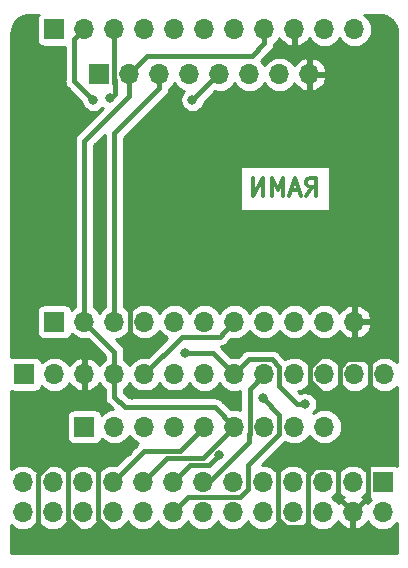
<source format=gbr>
G04 #@! TF.GenerationSoftware,KiCad,Pcbnew,(5.1.4)-1*
G04 #@! TF.CreationDate,2019-12-12T19:40:31+09:00*
G04 #@! TF.ProjectId,microcar_head,6d696372-6f63-4617-925f-686561642e6b,rev?*
G04 #@! TF.SameCoordinates,Original*
G04 #@! TF.FileFunction,Copper,L2,Bot*
G04 #@! TF.FilePolarity,Positive*
%FSLAX46Y46*%
G04 Gerber Fmt 4.6, Leading zero omitted, Abs format (unit mm)*
G04 Created by KiCad (PCBNEW (5.1.4)-1) date 2019-12-12 19:40:31*
%MOMM*%
%LPD*%
G04 APERTURE LIST*
%ADD10C,0.300000*%
%ADD11O,1.700000X1.700000*%
%ADD12R,1.700000X1.700000*%
%ADD13C,0.800000*%
%ADD14C,0.400000*%
%ADD15C,0.254000*%
G04 APERTURE END LIST*
D10*
X37698928Y-34397071D02*
X38198928Y-33682785D01*
X38556071Y-34397071D02*
X38556071Y-32897071D01*
X37984642Y-32897071D01*
X37841785Y-32968500D01*
X37770357Y-33039928D01*
X37698928Y-33182785D01*
X37698928Y-33397071D01*
X37770357Y-33539928D01*
X37841785Y-33611357D01*
X37984642Y-33682785D01*
X38556071Y-33682785D01*
X37127500Y-33968500D02*
X36413214Y-33968500D01*
X37270357Y-34397071D02*
X36770357Y-32897071D01*
X36270357Y-34397071D01*
X35770357Y-34397071D02*
X35770357Y-32897071D01*
X35270357Y-33968500D01*
X34770357Y-32897071D01*
X34770357Y-34397071D01*
X34056071Y-34397071D02*
X34056071Y-32897071D01*
X33198928Y-34397071D01*
X33198928Y-32897071D01*
D11*
X13716000Y-61214000D03*
X13716000Y-58674000D03*
X16256000Y-61214000D03*
X16256000Y-58674000D03*
X18796000Y-61214000D03*
X18796000Y-58674000D03*
X21336000Y-61214000D03*
X21336000Y-58674000D03*
X23876000Y-61214000D03*
X23876000Y-58674000D03*
X26416000Y-61214000D03*
X26416000Y-58674000D03*
X28956000Y-61214000D03*
X28956000Y-58674000D03*
X31496000Y-61214000D03*
X31496000Y-58674000D03*
X34036000Y-61214000D03*
X34036000Y-58674000D03*
X36576000Y-61214000D03*
X36576000Y-58674000D03*
X39116000Y-61214000D03*
X39116000Y-58674000D03*
X41656000Y-61214000D03*
X41656000Y-58674000D03*
X44196000Y-61214000D03*
D12*
X44196000Y-58674000D03*
X16383000Y-45085000D03*
D11*
X18923000Y-45085000D03*
X21463000Y-45085000D03*
X24003000Y-45085000D03*
X26543000Y-45085000D03*
X29083000Y-45085000D03*
X31623000Y-45085000D03*
X34163000Y-45085000D03*
X36703000Y-45085000D03*
X39243000Y-45085000D03*
X41783000Y-45085000D03*
D12*
X16383000Y-20320000D03*
D11*
X18923000Y-20320000D03*
X21463000Y-20320000D03*
X24003000Y-20320000D03*
X26543000Y-20320000D03*
X29083000Y-20320000D03*
X31623000Y-20320000D03*
X34163000Y-20320000D03*
X36703000Y-20320000D03*
X39243000Y-20320000D03*
X41783000Y-20320000D03*
D12*
X13843000Y-49530000D03*
D11*
X16383000Y-49530000D03*
X18923000Y-49530000D03*
X21463000Y-49530000D03*
X24003000Y-49530000D03*
X26543000Y-49530000D03*
X29083000Y-49530000D03*
X31623000Y-49530000D03*
X34163000Y-49530000D03*
X36703000Y-49530000D03*
X39243000Y-49530000D03*
X41783000Y-49530000D03*
X44323000Y-49530000D03*
D12*
X18923000Y-53975000D03*
D11*
X21463000Y-53975000D03*
X24003000Y-53975000D03*
X26543000Y-53975000D03*
X29083000Y-53975000D03*
X31623000Y-53975000D03*
X34163000Y-53975000D03*
X36703000Y-53975000D03*
X39243000Y-53975000D03*
D12*
X20193000Y-24130000D03*
D11*
X22733000Y-24130000D03*
X25273000Y-24130000D03*
X27813000Y-24130000D03*
X30353000Y-24130000D03*
X32893000Y-24130000D03*
X35433000Y-24130000D03*
X37973000Y-24130000D03*
D13*
X40366001Y-56876001D03*
X41465500Y-52578000D03*
X43942000Y-52578000D03*
X42672000Y-52578000D03*
X43688000Y-46228000D03*
X44958000Y-46228000D03*
X44958000Y-47498000D03*
X43688000Y-47498000D03*
X19050000Y-51816000D03*
X27686000Y-51054000D03*
X22917686Y-51250314D03*
X17526000Y-56134000D03*
X20066000Y-56134000D03*
X22606000Y-56134000D03*
X24003000Y-42672000D03*
X29972000Y-42672000D03*
X34163000Y-42545000D03*
X36703000Y-42545000D03*
X41783000Y-42545000D03*
X13970000Y-42672000D03*
X13970000Y-45085000D03*
X13843000Y-53975000D03*
X35433000Y-22225000D03*
X40513000Y-24130000D03*
X41783000Y-24130000D03*
X40386000Y-62865000D03*
X37846000Y-62865000D03*
X43561000Y-63627000D03*
X44704000Y-63627000D03*
X13843000Y-63627000D03*
X24638000Y-62865000D03*
X31623000Y-47752000D03*
X38100000Y-47498000D03*
X20320000Y-42672000D03*
X37592000Y-52070000D03*
X27432000Y-47752000D03*
X21082002Y-26162000D03*
X30353000Y-56388000D03*
X34036000Y-51562000D03*
X19685000Y-26289000D03*
X28067000Y-26289000D03*
D14*
X27686000Y-51054000D02*
X23114000Y-51054000D01*
X23114000Y-51054000D02*
X22917686Y-51250314D01*
X40366001Y-59924001D02*
X40366001Y-56876001D01*
X41656000Y-61214000D02*
X40366001Y-59924001D01*
X42906001Y-59963999D02*
X42906001Y-57130001D01*
X41656000Y-61214000D02*
X42906001Y-59963999D01*
X42906001Y-57130001D02*
X42672000Y-56896000D01*
X37280315Y-62865000D02*
X37846000Y-62865000D01*
X21136998Y-62865000D02*
X37280315Y-62865000D01*
X20046001Y-61774003D02*
X21136998Y-62865000D01*
X20066000Y-56134000D02*
X20046001Y-56153999D01*
X20046001Y-56153999D02*
X20046001Y-61774003D01*
X17526000Y-56134000D02*
X17526000Y-61794002D01*
X17526000Y-61794002D02*
X18596998Y-62865000D01*
X15005999Y-58073999D02*
X15005999Y-62249999D01*
X17526000Y-56134000D02*
X16945998Y-56134000D01*
X16945998Y-56134000D02*
X15005999Y-58073999D01*
X15621000Y-62865000D02*
X24638000Y-62865000D01*
X15005999Y-62249999D02*
X15621000Y-62865000D01*
X18596998Y-62865000D02*
X24638000Y-62865000D01*
X24638000Y-62865000D02*
X37280315Y-62865000D01*
X37846000Y-62299315D02*
X37846000Y-62865000D01*
X37846000Y-58054000D02*
X37846000Y-62299315D01*
X38476001Y-57423999D02*
X37846000Y-58054000D01*
X40366001Y-56876001D02*
X39818003Y-57423999D01*
X39818003Y-57423999D02*
X38476001Y-57423999D01*
X35306000Y-61794002D02*
X35306000Y-57150000D01*
X35975999Y-62464001D02*
X35306000Y-61794002D01*
X37846000Y-62865000D02*
X37445001Y-62464001D01*
X37445001Y-62464001D02*
X35975999Y-62464001D01*
X35579999Y-56876001D02*
X40366001Y-56876001D01*
X35306000Y-57150000D02*
X35579999Y-56876001D01*
X43071999Y-52178001D02*
X42672000Y-52578000D01*
X43072999Y-52177001D02*
X43071999Y-52178001D01*
X43688000Y-47498000D02*
X43072999Y-48113001D01*
X43072999Y-48113001D02*
X43072999Y-52177001D01*
X42272001Y-52178001D02*
X42672000Y-52578000D01*
X40532999Y-50438999D02*
X42272001Y-52178001D01*
X40532999Y-48929999D02*
X40532999Y-50438999D01*
X41182999Y-48279999D02*
X40532999Y-48929999D01*
X43688000Y-47498000D02*
X42906001Y-48279999D01*
X42906001Y-48279999D02*
X41182999Y-48279999D01*
X42106315Y-52578000D02*
X42672000Y-52578000D01*
X40440998Y-52578000D02*
X42106315Y-52578000D01*
X37992999Y-50130001D02*
X40440998Y-52578000D01*
X37992999Y-48929999D02*
X37992999Y-50130001D01*
X43688000Y-47498000D02*
X39424998Y-47498000D01*
X39424998Y-47498000D02*
X37992999Y-48929999D01*
X22752999Y-43922001D02*
X22752999Y-47009999D01*
X24003000Y-42672000D02*
X22752999Y-43922001D01*
X22752999Y-47009999D02*
X23241000Y-47498000D01*
X32472999Y-48680001D02*
X31623000Y-49530000D01*
X36953001Y-52070000D02*
X35413001Y-50530000D01*
X37592000Y-52070000D02*
X36953001Y-52070000D01*
X35413001Y-50530000D02*
X35413001Y-48929999D01*
X35413001Y-48929999D02*
X34763001Y-48279999D01*
X34763001Y-48279999D02*
X32873001Y-48279999D01*
X32873001Y-48279999D02*
X32472999Y-48680001D01*
X31623000Y-49530000D02*
X29845000Y-47752000D01*
X29845000Y-47752000D02*
X27432000Y-47752000D01*
X21463000Y-24638000D02*
X21463000Y-24892000D01*
X21463000Y-20320000D02*
X21463000Y-24638000D01*
X21463000Y-43882919D02*
X21463000Y-45085000D01*
X21463000Y-24638000D02*
X21482001Y-24657001D01*
X21482001Y-24657001D02*
X21482001Y-25762001D01*
X21463000Y-29142081D02*
X21463000Y-43882919D01*
X25273000Y-24130000D02*
X25273000Y-25332081D01*
X21482001Y-25762001D02*
X21082002Y-26162000D01*
X25273000Y-25332081D02*
X21463000Y-29142081D01*
X27265999Y-57824001D02*
X26416000Y-58674000D01*
X27847990Y-57242010D02*
X27265999Y-57824001D01*
X29498990Y-57242010D02*
X27847990Y-57242010D01*
X30353000Y-56388000D02*
X29498990Y-57242010D01*
X28233001Y-54824999D02*
X29083000Y-53975000D01*
X27016010Y-56041990D02*
X28233001Y-54824999D01*
X21336000Y-58674000D02*
X23968010Y-56041990D01*
X23968010Y-56041990D02*
X27016010Y-56041990D01*
X30773001Y-45934999D02*
X31623000Y-45085000D01*
X30372999Y-46335001D02*
X30773001Y-45934999D01*
X24003000Y-49530000D02*
X27197999Y-46335001D01*
X27197999Y-46335001D02*
X30372999Y-46335001D01*
X21463000Y-47625000D02*
X18923000Y-45085000D01*
X21463000Y-49530000D02*
X21463000Y-47625000D01*
X24257000Y-22606000D02*
X22733000Y-24130000D01*
X33079081Y-22606000D02*
X24257000Y-22606000D01*
X34163000Y-20320000D02*
X34163000Y-21522081D01*
X34163000Y-21522081D02*
X33079081Y-22606000D01*
X21463000Y-51435000D02*
X21463000Y-49530000D01*
X22352000Y-52324000D02*
X21463000Y-51435000D01*
X31623000Y-53975000D02*
X29972000Y-52324000D01*
X29972000Y-52324000D02*
X22352000Y-52324000D01*
X22733000Y-25332081D02*
X22733000Y-24130000D01*
X18923000Y-45085000D02*
X18923000Y-29759004D01*
X22733000Y-25949004D02*
X22733000Y-25332081D01*
X18923000Y-29759004D02*
X22733000Y-25949004D01*
X25908000Y-56642000D02*
X28956000Y-56642000D01*
X28956000Y-56642000D02*
X30773001Y-54824999D01*
X23876000Y-58674000D02*
X25908000Y-56642000D01*
X30773001Y-54824999D02*
X31623000Y-53975000D01*
X35413001Y-54575001D02*
X35413001Y-52939001D01*
X32785999Y-57202003D02*
X35413001Y-54575001D01*
X32785999Y-59234003D02*
X32785999Y-57202003D01*
X32096001Y-59924001D02*
X32785999Y-59234003D01*
X26416000Y-61214000D02*
X27705999Y-59924001D01*
X27705999Y-59924001D02*
X32096001Y-59924001D01*
X35413001Y-52939001D02*
X34036000Y-51562000D01*
X29464000Y-58674000D02*
X28956000Y-58674000D01*
X32893000Y-55245000D02*
X29464000Y-58674000D01*
X32893000Y-54610000D02*
X32893000Y-55245000D01*
X32912999Y-54590001D02*
X32893000Y-54610000D01*
X34163000Y-49530000D02*
X32912999Y-50780001D01*
X32912999Y-50780001D02*
X32912999Y-54590001D01*
X18073001Y-21169999D02*
X18073001Y-24677001D01*
X18923000Y-20320000D02*
X18073001Y-21169999D01*
X18073001Y-24677001D02*
X19685000Y-26289000D01*
X30226000Y-24130000D02*
X28067000Y-26289000D01*
X30353000Y-24130000D02*
X30226000Y-24130000D01*
D15*
G36*
X41783000Y-61087000D02*
G01*
X41803000Y-61087000D01*
X41803000Y-61341000D01*
X41783000Y-61341000D01*
X41783000Y-62534155D01*
X42012890Y-62655476D01*
X42160099Y-62610825D01*
X42422920Y-62485641D01*
X42656269Y-62311588D01*
X42851178Y-62095355D01*
X42920799Y-61978477D01*
X42955294Y-62043014D01*
X43140866Y-62269134D01*
X43366986Y-62454706D01*
X43624966Y-62592599D01*
X43904889Y-62677513D01*
X44123050Y-62699000D01*
X44268950Y-62699000D01*
X44487111Y-62677513D01*
X44767034Y-62592599D01*
X45025014Y-62454706D01*
X45251134Y-62269134D01*
X45390001Y-62099924D01*
X45390001Y-64660000D01*
X12725000Y-64660000D01*
X12725000Y-62321767D01*
X12886986Y-62454706D01*
X13144966Y-62592599D01*
X13424889Y-62677513D01*
X13643050Y-62699000D01*
X13788950Y-62699000D01*
X14007111Y-62677513D01*
X14287034Y-62592599D01*
X14545014Y-62454706D01*
X14771134Y-62269134D01*
X14956706Y-62043014D01*
X14986000Y-61988209D01*
X15015294Y-62043014D01*
X15200866Y-62269134D01*
X15426986Y-62454706D01*
X15684966Y-62592599D01*
X15964889Y-62677513D01*
X16183050Y-62699000D01*
X16328950Y-62699000D01*
X16547111Y-62677513D01*
X16827034Y-62592599D01*
X17085014Y-62454706D01*
X17311134Y-62269134D01*
X17496706Y-62043014D01*
X17526000Y-61988209D01*
X17555294Y-62043014D01*
X17740866Y-62269134D01*
X17966986Y-62454706D01*
X18224966Y-62592599D01*
X18504889Y-62677513D01*
X18723050Y-62699000D01*
X18868950Y-62699000D01*
X19087111Y-62677513D01*
X19367034Y-62592599D01*
X19625014Y-62454706D01*
X19851134Y-62269134D01*
X20036706Y-62043014D01*
X20066000Y-61988209D01*
X20095294Y-62043014D01*
X20280866Y-62269134D01*
X20506986Y-62454706D01*
X20764966Y-62592599D01*
X21044889Y-62677513D01*
X21263050Y-62699000D01*
X21408950Y-62699000D01*
X21627111Y-62677513D01*
X21907034Y-62592599D01*
X22165014Y-62454706D01*
X22391134Y-62269134D01*
X22576706Y-62043014D01*
X22606000Y-61988209D01*
X22635294Y-62043014D01*
X22820866Y-62269134D01*
X23046986Y-62454706D01*
X23304966Y-62592599D01*
X23584889Y-62677513D01*
X23803050Y-62699000D01*
X23948950Y-62699000D01*
X24167111Y-62677513D01*
X24447034Y-62592599D01*
X24705014Y-62454706D01*
X24931134Y-62269134D01*
X25116706Y-62043014D01*
X25146000Y-61988209D01*
X25175294Y-62043014D01*
X25360866Y-62269134D01*
X25586986Y-62454706D01*
X25844966Y-62592599D01*
X26124889Y-62677513D01*
X26343050Y-62699000D01*
X26488950Y-62699000D01*
X26707111Y-62677513D01*
X26987034Y-62592599D01*
X27245014Y-62454706D01*
X27471134Y-62269134D01*
X27656706Y-62043014D01*
X27686000Y-61988209D01*
X27715294Y-62043014D01*
X27900866Y-62269134D01*
X28126986Y-62454706D01*
X28384966Y-62592599D01*
X28664889Y-62677513D01*
X28883050Y-62699000D01*
X29028950Y-62699000D01*
X29247111Y-62677513D01*
X29527034Y-62592599D01*
X29785014Y-62454706D01*
X30011134Y-62269134D01*
X30196706Y-62043014D01*
X30226000Y-61988209D01*
X30255294Y-62043014D01*
X30440866Y-62269134D01*
X30666986Y-62454706D01*
X30924966Y-62592599D01*
X31204889Y-62677513D01*
X31423050Y-62699000D01*
X31568950Y-62699000D01*
X31787111Y-62677513D01*
X32067034Y-62592599D01*
X32325014Y-62454706D01*
X32551134Y-62269134D01*
X32736706Y-62043014D01*
X32766000Y-61988209D01*
X32795294Y-62043014D01*
X32980866Y-62269134D01*
X33206986Y-62454706D01*
X33464966Y-62592599D01*
X33744889Y-62677513D01*
X33963050Y-62699000D01*
X34108950Y-62699000D01*
X34327111Y-62677513D01*
X34607034Y-62592599D01*
X34865014Y-62454706D01*
X35091134Y-62269134D01*
X35276706Y-62043014D01*
X35306000Y-61988209D01*
X35335294Y-62043014D01*
X35520866Y-62269134D01*
X35746986Y-62454706D01*
X36004966Y-62592599D01*
X36284889Y-62677513D01*
X36503050Y-62699000D01*
X36648950Y-62699000D01*
X36867111Y-62677513D01*
X37147034Y-62592599D01*
X37405014Y-62454706D01*
X37631134Y-62269134D01*
X37816706Y-62043014D01*
X37846000Y-61988209D01*
X37875294Y-62043014D01*
X38060866Y-62269134D01*
X38286986Y-62454706D01*
X38544966Y-62592599D01*
X38824889Y-62677513D01*
X39043050Y-62699000D01*
X39188950Y-62699000D01*
X39407111Y-62677513D01*
X39687034Y-62592599D01*
X39945014Y-62454706D01*
X40171134Y-62269134D01*
X40356706Y-62043014D01*
X40391201Y-61978477D01*
X40460822Y-62095355D01*
X40655731Y-62311588D01*
X40889080Y-62485641D01*
X41151901Y-62610825D01*
X41299110Y-62655476D01*
X41529000Y-62534155D01*
X41529000Y-61341000D01*
X41509000Y-61341000D01*
X41509000Y-61087000D01*
X41529000Y-61087000D01*
X41529000Y-61067000D01*
X41783000Y-61067000D01*
X41783000Y-61087000D01*
X41783000Y-61087000D01*
G37*
X41783000Y-61087000D02*
X41803000Y-61087000D01*
X41803000Y-61341000D01*
X41783000Y-61341000D01*
X41783000Y-62534155D01*
X42012890Y-62655476D01*
X42160099Y-62610825D01*
X42422920Y-62485641D01*
X42656269Y-62311588D01*
X42851178Y-62095355D01*
X42920799Y-61978477D01*
X42955294Y-62043014D01*
X43140866Y-62269134D01*
X43366986Y-62454706D01*
X43624966Y-62592599D01*
X43904889Y-62677513D01*
X44123050Y-62699000D01*
X44268950Y-62699000D01*
X44487111Y-62677513D01*
X44767034Y-62592599D01*
X45025014Y-62454706D01*
X45251134Y-62269134D01*
X45390001Y-62099924D01*
X45390001Y-64660000D01*
X12725000Y-64660000D01*
X12725000Y-62321767D01*
X12886986Y-62454706D01*
X13144966Y-62592599D01*
X13424889Y-62677513D01*
X13643050Y-62699000D01*
X13788950Y-62699000D01*
X14007111Y-62677513D01*
X14287034Y-62592599D01*
X14545014Y-62454706D01*
X14771134Y-62269134D01*
X14956706Y-62043014D01*
X14986000Y-61988209D01*
X15015294Y-62043014D01*
X15200866Y-62269134D01*
X15426986Y-62454706D01*
X15684966Y-62592599D01*
X15964889Y-62677513D01*
X16183050Y-62699000D01*
X16328950Y-62699000D01*
X16547111Y-62677513D01*
X16827034Y-62592599D01*
X17085014Y-62454706D01*
X17311134Y-62269134D01*
X17496706Y-62043014D01*
X17526000Y-61988209D01*
X17555294Y-62043014D01*
X17740866Y-62269134D01*
X17966986Y-62454706D01*
X18224966Y-62592599D01*
X18504889Y-62677513D01*
X18723050Y-62699000D01*
X18868950Y-62699000D01*
X19087111Y-62677513D01*
X19367034Y-62592599D01*
X19625014Y-62454706D01*
X19851134Y-62269134D01*
X20036706Y-62043014D01*
X20066000Y-61988209D01*
X20095294Y-62043014D01*
X20280866Y-62269134D01*
X20506986Y-62454706D01*
X20764966Y-62592599D01*
X21044889Y-62677513D01*
X21263050Y-62699000D01*
X21408950Y-62699000D01*
X21627111Y-62677513D01*
X21907034Y-62592599D01*
X22165014Y-62454706D01*
X22391134Y-62269134D01*
X22576706Y-62043014D01*
X22606000Y-61988209D01*
X22635294Y-62043014D01*
X22820866Y-62269134D01*
X23046986Y-62454706D01*
X23304966Y-62592599D01*
X23584889Y-62677513D01*
X23803050Y-62699000D01*
X23948950Y-62699000D01*
X24167111Y-62677513D01*
X24447034Y-62592599D01*
X24705014Y-62454706D01*
X24931134Y-62269134D01*
X25116706Y-62043014D01*
X25146000Y-61988209D01*
X25175294Y-62043014D01*
X25360866Y-62269134D01*
X25586986Y-62454706D01*
X25844966Y-62592599D01*
X26124889Y-62677513D01*
X26343050Y-62699000D01*
X26488950Y-62699000D01*
X26707111Y-62677513D01*
X26987034Y-62592599D01*
X27245014Y-62454706D01*
X27471134Y-62269134D01*
X27656706Y-62043014D01*
X27686000Y-61988209D01*
X27715294Y-62043014D01*
X27900866Y-62269134D01*
X28126986Y-62454706D01*
X28384966Y-62592599D01*
X28664889Y-62677513D01*
X28883050Y-62699000D01*
X29028950Y-62699000D01*
X29247111Y-62677513D01*
X29527034Y-62592599D01*
X29785014Y-62454706D01*
X30011134Y-62269134D01*
X30196706Y-62043014D01*
X30226000Y-61988209D01*
X30255294Y-62043014D01*
X30440866Y-62269134D01*
X30666986Y-62454706D01*
X30924966Y-62592599D01*
X31204889Y-62677513D01*
X31423050Y-62699000D01*
X31568950Y-62699000D01*
X31787111Y-62677513D01*
X32067034Y-62592599D01*
X32325014Y-62454706D01*
X32551134Y-62269134D01*
X32736706Y-62043014D01*
X32766000Y-61988209D01*
X32795294Y-62043014D01*
X32980866Y-62269134D01*
X33206986Y-62454706D01*
X33464966Y-62592599D01*
X33744889Y-62677513D01*
X33963050Y-62699000D01*
X34108950Y-62699000D01*
X34327111Y-62677513D01*
X34607034Y-62592599D01*
X34865014Y-62454706D01*
X35091134Y-62269134D01*
X35276706Y-62043014D01*
X35306000Y-61988209D01*
X35335294Y-62043014D01*
X35520866Y-62269134D01*
X35746986Y-62454706D01*
X36004966Y-62592599D01*
X36284889Y-62677513D01*
X36503050Y-62699000D01*
X36648950Y-62699000D01*
X36867111Y-62677513D01*
X37147034Y-62592599D01*
X37405014Y-62454706D01*
X37631134Y-62269134D01*
X37816706Y-62043014D01*
X37846000Y-61988209D01*
X37875294Y-62043014D01*
X38060866Y-62269134D01*
X38286986Y-62454706D01*
X38544966Y-62592599D01*
X38824889Y-62677513D01*
X39043050Y-62699000D01*
X39188950Y-62699000D01*
X39407111Y-62677513D01*
X39687034Y-62592599D01*
X39945014Y-62454706D01*
X40171134Y-62269134D01*
X40356706Y-62043014D01*
X40391201Y-61978477D01*
X40460822Y-62095355D01*
X40655731Y-62311588D01*
X40889080Y-62485641D01*
X41151901Y-62610825D01*
X41299110Y-62655476D01*
X41529000Y-62534155D01*
X41529000Y-61341000D01*
X41509000Y-61341000D01*
X41509000Y-61087000D01*
X41529000Y-61087000D01*
X41529000Y-61067000D01*
X41783000Y-61067000D01*
X41783000Y-61087000D01*
G36*
X42756498Y-59768180D02*
G01*
X42815463Y-59878494D01*
X42894815Y-59975185D01*
X42991506Y-60054537D01*
X43101820Y-60113502D01*
X43170687Y-60134393D01*
X43140866Y-60158866D01*
X42955294Y-60384986D01*
X42920799Y-60449523D01*
X42851178Y-60332645D01*
X42656269Y-60116412D01*
X42427244Y-59945584D01*
X42485014Y-59914706D01*
X42711134Y-59729134D01*
X42735607Y-59699313D01*
X42756498Y-59768180D01*
X42756498Y-59768180D01*
G37*
X42756498Y-59768180D02*
X42815463Y-59878494D01*
X42894815Y-59975185D01*
X42991506Y-60054537D01*
X43101820Y-60113502D01*
X43170687Y-60134393D01*
X43140866Y-60158866D01*
X42955294Y-60384986D01*
X42920799Y-60449523D01*
X42851178Y-60332645D01*
X42656269Y-60116412D01*
X42427244Y-59945584D01*
X42485014Y-59914706D01*
X42711134Y-59729134D01*
X42735607Y-59699313D01*
X42756498Y-59768180D01*
G36*
X40415294Y-59503014D02*
G01*
X40600866Y-59729134D01*
X40826986Y-59914706D01*
X40884756Y-59945584D01*
X40655731Y-60116412D01*
X40460822Y-60332645D01*
X40391201Y-60449523D01*
X40356706Y-60384986D01*
X40171134Y-60158866D01*
X39945014Y-59973294D01*
X39890209Y-59944000D01*
X39945014Y-59914706D01*
X40171134Y-59729134D01*
X40356706Y-59503014D01*
X40386000Y-59448209D01*
X40415294Y-59503014D01*
X40415294Y-59503014D01*
G37*
X40415294Y-59503014D02*
X40600866Y-59729134D01*
X40826986Y-59914706D01*
X40884756Y-59945584D01*
X40655731Y-60116412D01*
X40460822Y-60332645D01*
X40391201Y-60449523D01*
X40356706Y-60384986D01*
X40171134Y-60158866D01*
X39945014Y-59973294D01*
X39890209Y-59944000D01*
X39945014Y-59914706D01*
X40171134Y-59729134D01*
X40356706Y-59503014D01*
X40386000Y-59448209D01*
X40415294Y-59503014D01*
G36*
X15002463Y-19115506D02*
G01*
X14943498Y-19225820D01*
X14907188Y-19345518D01*
X14894928Y-19470000D01*
X14894928Y-21170000D01*
X14907188Y-21294482D01*
X14943498Y-21414180D01*
X15002463Y-21524494D01*
X15081815Y-21621185D01*
X15178506Y-21700537D01*
X15288820Y-21759502D01*
X15408518Y-21795812D01*
X15533000Y-21808072D01*
X17233000Y-21808072D01*
X17238001Y-21807579D01*
X17238002Y-24635973D01*
X17233961Y-24677001D01*
X17250083Y-24840689D01*
X17297829Y-24998087D01*
X17375365Y-25143146D01*
X17375366Y-25143147D01*
X17479711Y-25270292D01*
X17511575Y-25296442D01*
X18660908Y-26445776D01*
X18689774Y-26590898D01*
X18767795Y-26779256D01*
X18881063Y-26948774D01*
X19025226Y-27092937D01*
X19194744Y-27206205D01*
X19383102Y-27284226D01*
X19583061Y-27324000D01*
X19786939Y-27324000D01*
X19986898Y-27284226D01*
X20175256Y-27206205D01*
X20344774Y-27092937D01*
X20451929Y-26985782D01*
X20489949Y-27011187D01*
X18361574Y-29139563D01*
X18329710Y-29165713D01*
X18303562Y-29197575D01*
X18225364Y-29292859D01*
X18147828Y-29437918D01*
X18100082Y-29595316D01*
X18083960Y-29759004D01*
X18088001Y-29800033D01*
X18088000Y-43849207D01*
X17867866Y-44029866D01*
X17843393Y-44059687D01*
X17822502Y-43990820D01*
X17763537Y-43880506D01*
X17684185Y-43783815D01*
X17587494Y-43704463D01*
X17477180Y-43645498D01*
X17357482Y-43609188D01*
X17233000Y-43596928D01*
X15533000Y-43596928D01*
X15408518Y-43609188D01*
X15288820Y-43645498D01*
X15178506Y-43704463D01*
X15081815Y-43783815D01*
X15002463Y-43880506D01*
X14943498Y-43990820D01*
X14907188Y-44110518D01*
X14894928Y-44235000D01*
X14894928Y-45935000D01*
X14907188Y-46059482D01*
X14943498Y-46179180D01*
X15002463Y-46289494D01*
X15081815Y-46386185D01*
X15178506Y-46465537D01*
X15288820Y-46524502D01*
X15408518Y-46560812D01*
X15533000Y-46573072D01*
X17233000Y-46573072D01*
X17357482Y-46560812D01*
X17477180Y-46524502D01*
X17587494Y-46465537D01*
X17684185Y-46386185D01*
X17763537Y-46289494D01*
X17822502Y-46179180D01*
X17843393Y-46110313D01*
X17867866Y-46140134D01*
X18093986Y-46325706D01*
X18351966Y-46463599D01*
X18631889Y-46548513D01*
X18850050Y-46570000D01*
X18995950Y-46570000D01*
X19206405Y-46549272D01*
X20628001Y-47970869D01*
X20628001Y-48294206D01*
X20407866Y-48474866D01*
X20222294Y-48700986D01*
X20187799Y-48765523D01*
X20118178Y-48648645D01*
X19923269Y-48432412D01*
X19689920Y-48258359D01*
X19427099Y-48133175D01*
X19279890Y-48088524D01*
X19050000Y-48209845D01*
X19050000Y-49403000D01*
X19070000Y-49403000D01*
X19070000Y-49657000D01*
X19050000Y-49657000D01*
X19050000Y-50850155D01*
X19279890Y-50971476D01*
X19427099Y-50926825D01*
X19689920Y-50801641D01*
X19923269Y-50627588D01*
X20118178Y-50411355D01*
X20187799Y-50294477D01*
X20222294Y-50359014D01*
X20407866Y-50585134D01*
X20628000Y-50765794D01*
X20628000Y-51393981D01*
X20623960Y-51435000D01*
X20628000Y-51476018D01*
X20640082Y-51598688D01*
X20687828Y-51756086D01*
X20765364Y-51901145D01*
X20869709Y-52028291D01*
X20901578Y-52054445D01*
X21341877Y-52494745D01*
X21171889Y-52511487D01*
X20891966Y-52596401D01*
X20633986Y-52734294D01*
X20407866Y-52919866D01*
X20383393Y-52949687D01*
X20362502Y-52880820D01*
X20303537Y-52770506D01*
X20224185Y-52673815D01*
X20127494Y-52594463D01*
X20017180Y-52535498D01*
X19897482Y-52499188D01*
X19773000Y-52486928D01*
X18073000Y-52486928D01*
X17948518Y-52499188D01*
X17828820Y-52535498D01*
X17718506Y-52594463D01*
X17621815Y-52673815D01*
X17542463Y-52770506D01*
X17483498Y-52880820D01*
X17447188Y-53000518D01*
X17434928Y-53125000D01*
X17434928Y-54825000D01*
X17447188Y-54949482D01*
X17483498Y-55069180D01*
X17542463Y-55179494D01*
X17621815Y-55276185D01*
X17718506Y-55355537D01*
X17828820Y-55414502D01*
X17948518Y-55450812D01*
X18073000Y-55463072D01*
X19773000Y-55463072D01*
X19897482Y-55450812D01*
X20017180Y-55414502D01*
X20127494Y-55355537D01*
X20224185Y-55276185D01*
X20303537Y-55179494D01*
X20362502Y-55069180D01*
X20383393Y-55000313D01*
X20407866Y-55030134D01*
X20633986Y-55215706D01*
X20891966Y-55353599D01*
X21171889Y-55438513D01*
X21390050Y-55460000D01*
X21535950Y-55460000D01*
X21754111Y-55438513D01*
X22034034Y-55353599D01*
X22292014Y-55215706D01*
X22518134Y-55030134D01*
X22703706Y-54804014D01*
X22733000Y-54749209D01*
X22762294Y-54804014D01*
X22947866Y-55030134D01*
X23173986Y-55215706D01*
X23431966Y-55353599D01*
X23474775Y-55366585D01*
X23374719Y-55448699D01*
X23348571Y-55480561D01*
X21619405Y-57209728D01*
X21408950Y-57189000D01*
X21263050Y-57189000D01*
X21044889Y-57210487D01*
X20764966Y-57295401D01*
X20506986Y-57433294D01*
X20280866Y-57618866D01*
X20095294Y-57844986D01*
X20066000Y-57899791D01*
X20036706Y-57844986D01*
X19851134Y-57618866D01*
X19625014Y-57433294D01*
X19367034Y-57295401D01*
X19087111Y-57210487D01*
X18868950Y-57189000D01*
X18723050Y-57189000D01*
X18504889Y-57210487D01*
X18224966Y-57295401D01*
X17966986Y-57433294D01*
X17740866Y-57618866D01*
X17555294Y-57844986D01*
X17526000Y-57899791D01*
X17496706Y-57844986D01*
X17311134Y-57618866D01*
X17085014Y-57433294D01*
X16827034Y-57295401D01*
X16547111Y-57210487D01*
X16328950Y-57189000D01*
X16183050Y-57189000D01*
X15964889Y-57210487D01*
X15684966Y-57295401D01*
X15426986Y-57433294D01*
X15200866Y-57618866D01*
X15015294Y-57844986D01*
X14986000Y-57899791D01*
X14956706Y-57844986D01*
X14771134Y-57618866D01*
X14545014Y-57433294D01*
X14287034Y-57295401D01*
X14007111Y-57210487D01*
X13788950Y-57189000D01*
X13643050Y-57189000D01*
X13424889Y-57210487D01*
X13144966Y-57295401D01*
X12886986Y-57433294D01*
X12725000Y-57566233D01*
X12725000Y-50956770D01*
X12748820Y-50969502D01*
X12868518Y-51005812D01*
X12993000Y-51018072D01*
X14693000Y-51018072D01*
X14817482Y-51005812D01*
X14937180Y-50969502D01*
X15047494Y-50910537D01*
X15144185Y-50831185D01*
X15223537Y-50734494D01*
X15282502Y-50624180D01*
X15303393Y-50555313D01*
X15327866Y-50585134D01*
X15553986Y-50770706D01*
X15811966Y-50908599D01*
X16091889Y-50993513D01*
X16310050Y-51015000D01*
X16455950Y-51015000D01*
X16674111Y-50993513D01*
X16954034Y-50908599D01*
X17212014Y-50770706D01*
X17438134Y-50585134D01*
X17623706Y-50359014D01*
X17658201Y-50294477D01*
X17727822Y-50411355D01*
X17922731Y-50627588D01*
X18156080Y-50801641D01*
X18418901Y-50926825D01*
X18566110Y-50971476D01*
X18796000Y-50850155D01*
X18796000Y-49657000D01*
X18776000Y-49657000D01*
X18776000Y-49403000D01*
X18796000Y-49403000D01*
X18796000Y-48209845D01*
X18566110Y-48088524D01*
X18418901Y-48133175D01*
X18156080Y-48258359D01*
X17922731Y-48432412D01*
X17727822Y-48648645D01*
X17658201Y-48765523D01*
X17623706Y-48700986D01*
X17438134Y-48474866D01*
X17212014Y-48289294D01*
X16954034Y-48151401D01*
X16674111Y-48066487D01*
X16455950Y-48045000D01*
X16310050Y-48045000D01*
X16091889Y-48066487D01*
X15811966Y-48151401D01*
X15553986Y-48289294D01*
X15327866Y-48474866D01*
X15303393Y-48504687D01*
X15282502Y-48435820D01*
X15223537Y-48325506D01*
X15144185Y-48228815D01*
X15047494Y-48149463D01*
X14937180Y-48090498D01*
X14817482Y-48054188D01*
X14693000Y-48041928D01*
X12993000Y-48041928D01*
X12868518Y-48054188D01*
X12748820Y-48090498D01*
X12725000Y-48103230D01*
X12725000Y-20682278D01*
X12758100Y-20344698D01*
X12846765Y-20051024D01*
X12990787Y-19780157D01*
X13184669Y-19542435D01*
X13421043Y-19346889D01*
X13690892Y-19200982D01*
X13983939Y-19110269D01*
X14319496Y-19075000D01*
X15035705Y-19075000D01*
X15002463Y-19115506D01*
X15002463Y-19115506D01*
G37*
X15002463Y-19115506D02*
X14943498Y-19225820D01*
X14907188Y-19345518D01*
X14894928Y-19470000D01*
X14894928Y-21170000D01*
X14907188Y-21294482D01*
X14943498Y-21414180D01*
X15002463Y-21524494D01*
X15081815Y-21621185D01*
X15178506Y-21700537D01*
X15288820Y-21759502D01*
X15408518Y-21795812D01*
X15533000Y-21808072D01*
X17233000Y-21808072D01*
X17238001Y-21807579D01*
X17238002Y-24635973D01*
X17233961Y-24677001D01*
X17250083Y-24840689D01*
X17297829Y-24998087D01*
X17375365Y-25143146D01*
X17375366Y-25143147D01*
X17479711Y-25270292D01*
X17511575Y-25296442D01*
X18660908Y-26445776D01*
X18689774Y-26590898D01*
X18767795Y-26779256D01*
X18881063Y-26948774D01*
X19025226Y-27092937D01*
X19194744Y-27206205D01*
X19383102Y-27284226D01*
X19583061Y-27324000D01*
X19786939Y-27324000D01*
X19986898Y-27284226D01*
X20175256Y-27206205D01*
X20344774Y-27092937D01*
X20451929Y-26985782D01*
X20489949Y-27011187D01*
X18361574Y-29139563D01*
X18329710Y-29165713D01*
X18303562Y-29197575D01*
X18225364Y-29292859D01*
X18147828Y-29437918D01*
X18100082Y-29595316D01*
X18083960Y-29759004D01*
X18088001Y-29800033D01*
X18088000Y-43849207D01*
X17867866Y-44029866D01*
X17843393Y-44059687D01*
X17822502Y-43990820D01*
X17763537Y-43880506D01*
X17684185Y-43783815D01*
X17587494Y-43704463D01*
X17477180Y-43645498D01*
X17357482Y-43609188D01*
X17233000Y-43596928D01*
X15533000Y-43596928D01*
X15408518Y-43609188D01*
X15288820Y-43645498D01*
X15178506Y-43704463D01*
X15081815Y-43783815D01*
X15002463Y-43880506D01*
X14943498Y-43990820D01*
X14907188Y-44110518D01*
X14894928Y-44235000D01*
X14894928Y-45935000D01*
X14907188Y-46059482D01*
X14943498Y-46179180D01*
X15002463Y-46289494D01*
X15081815Y-46386185D01*
X15178506Y-46465537D01*
X15288820Y-46524502D01*
X15408518Y-46560812D01*
X15533000Y-46573072D01*
X17233000Y-46573072D01*
X17357482Y-46560812D01*
X17477180Y-46524502D01*
X17587494Y-46465537D01*
X17684185Y-46386185D01*
X17763537Y-46289494D01*
X17822502Y-46179180D01*
X17843393Y-46110313D01*
X17867866Y-46140134D01*
X18093986Y-46325706D01*
X18351966Y-46463599D01*
X18631889Y-46548513D01*
X18850050Y-46570000D01*
X18995950Y-46570000D01*
X19206405Y-46549272D01*
X20628001Y-47970869D01*
X20628001Y-48294206D01*
X20407866Y-48474866D01*
X20222294Y-48700986D01*
X20187799Y-48765523D01*
X20118178Y-48648645D01*
X19923269Y-48432412D01*
X19689920Y-48258359D01*
X19427099Y-48133175D01*
X19279890Y-48088524D01*
X19050000Y-48209845D01*
X19050000Y-49403000D01*
X19070000Y-49403000D01*
X19070000Y-49657000D01*
X19050000Y-49657000D01*
X19050000Y-50850155D01*
X19279890Y-50971476D01*
X19427099Y-50926825D01*
X19689920Y-50801641D01*
X19923269Y-50627588D01*
X20118178Y-50411355D01*
X20187799Y-50294477D01*
X20222294Y-50359014D01*
X20407866Y-50585134D01*
X20628000Y-50765794D01*
X20628000Y-51393981D01*
X20623960Y-51435000D01*
X20628000Y-51476018D01*
X20640082Y-51598688D01*
X20687828Y-51756086D01*
X20765364Y-51901145D01*
X20869709Y-52028291D01*
X20901578Y-52054445D01*
X21341877Y-52494745D01*
X21171889Y-52511487D01*
X20891966Y-52596401D01*
X20633986Y-52734294D01*
X20407866Y-52919866D01*
X20383393Y-52949687D01*
X20362502Y-52880820D01*
X20303537Y-52770506D01*
X20224185Y-52673815D01*
X20127494Y-52594463D01*
X20017180Y-52535498D01*
X19897482Y-52499188D01*
X19773000Y-52486928D01*
X18073000Y-52486928D01*
X17948518Y-52499188D01*
X17828820Y-52535498D01*
X17718506Y-52594463D01*
X17621815Y-52673815D01*
X17542463Y-52770506D01*
X17483498Y-52880820D01*
X17447188Y-53000518D01*
X17434928Y-53125000D01*
X17434928Y-54825000D01*
X17447188Y-54949482D01*
X17483498Y-55069180D01*
X17542463Y-55179494D01*
X17621815Y-55276185D01*
X17718506Y-55355537D01*
X17828820Y-55414502D01*
X17948518Y-55450812D01*
X18073000Y-55463072D01*
X19773000Y-55463072D01*
X19897482Y-55450812D01*
X20017180Y-55414502D01*
X20127494Y-55355537D01*
X20224185Y-55276185D01*
X20303537Y-55179494D01*
X20362502Y-55069180D01*
X20383393Y-55000313D01*
X20407866Y-55030134D01*
X20633986Y-55215706D01*
X20891966Y-55353599D01*
X21171889Y-55438513D01*
X21390050Y-55460000D01*
X21535950Y-55460000D01*
X21754111Y-55438513D01*
X22034034Y-55353599D01*
X22292014Y-55215706D01*
X22518134Y-55030134D01*
X22703706Y-54804014D01*
X22733000Y-54749209D01*
X22762294Y-54804014D01*
X22947866Y-55030134D01*
X23173986Y-55215706D01*
X23431966Y-55353599D01*
X23474775Y-55366585D01*
X23374719Y-55448699D01*
X23348571Y-55480561D01*
X21619405Y-57209728D01*
X21408950Y-57189000D01*
X21263050Y-57189000D01*
X21044889Y-57210487D01*
X20764966Y-57295401D01*
X20506986Y-57433294D01*
X20280866Y-57618866D01*
X20095294Y-57844986D01*
X20066000Y-57899791D01*
X20036706Y-57844986D01*
X19851134Y-57618866D01*
X19625014Y-57433294D01*
X19367034Y-57295401D01*
X19087111Y-57210487D01*
X18868950Y-57189000D01*
X18723050Y-57189000D01*
X18504889Y-57210487D01*
X18224966Y-57295401D01*
X17966986Y-57433294D01*
X17740866Y-57618866D01*
X17555294Y-57844986D01*
X17526000Y-57899791D01*
X17496706Y-57844986D01*
X17311134Y-57618866D01*
X17085014Y-57433294D01*
X16827034Y-57295401D01*
X16547111Y-57210487D01*
X16328950Y-57189000D01*
X16183050Y-57189000D01*
X15964889Y-57210487D01*
X15684966Y-57295401D01*
X15426986Y-57433294D01*
X15200866Y-57618866D01*
X15015294Y-57844986D01*
X14986000Y-57899791D01*
X14956706Y-57844986D01*
X14771134Y-57618866D01*
X14545014Y-57433294D01*
X14287034Y-57295401D01*
X14007111Y-57210487D01*
X13788950Y-57189000D01*
X13643050Y-57189000D01*
X13424889Y-57210487D01*
X13144966Y-57295401D01*
X12886986Y-57433294D01*
X12725000Y-57566233D01*
X12725000Y-50956770D01*
X12748820Y-50969502D01*
X12868518Y-51005812D01*
X12993000Y-51018072D01*
X14693000Y-51018072D01*
X14817482Y-51005812D01*
X14937180Y-50969502D01*
X15047494Y-50910537D01*
X15144185Y-50831185D01*
X15223537Y-50734494D01*
X15282502Y-50624180D01*
X15303393Y-50555313D01*
X15327866Y-50585134D01*
X15553986Y-50770706D01*
X15811966Y-50908599D01*
X16091889Y-50993513D01*
X16310050Y-51015000D01*
X16455950Y-51015000D01*
X16674111Y-50993513D01*
X16954034Y-50908599D01*
X17212014Y-50770706D01*
X17438134Y-50585134D01*
X17623706Y-50359014D01*
X17658201Y-50294477D01*
X17727822Y-50411355D01*
X17922731Y-50627588D01*
X18156080Y-50801641D01*
X18418901Y-50926825D01*
X18566110Y-50971476D01*
X18796000Y-50850155D01*
X18796000Y-49657000D01*
X18776000Y-49657000D01*
X18776000Y-49403000D01*
X18796000Y-49403000D01*
X18796000Y-48209845D01*
X18566110Y-48088524D01*
X18418901Y-48133175D01*
X18156080Y-48258359D01*
X17922731Y-48432412D01*
X17727822Y-48648645D01*
X17658201Y-48765523D01*
X17623706Y-48700986D01*
X17438134Y-48474866D01*
X17212014Y-48289294D01*
X16954034Y-48151401D01*
X16674111Y-48066487D01*
X16455950Y-48045000D01*
X16310050Y-48045000D01*
X16091889Y-48066487D01*
X15811966Y-48151401D01*
X15553986Y-48289294D01*
X15327866Y-48474866D01*
X15303393Y-48504687D01*
X15282502Y-48435820D01*
X15223537Y-48325506D01*
X15144185Y-48228815D01*
X15047494Y-48149463D01*
X14937180Y-48090498D01*
X14817482Y-48054188D01*
X14693000Y-48041928D01*
X12993000Y-48041928D01*
X12868518Y-48054188D01*
X12748820Y-48090498D01*
X12725000Y-48103230D01*
X12725000Y-20682278D01*
X12758100Y-20344698D01*
X12846765Y-20051024D01*
X12990787Y-19780157D01*
X13184669Y-19542435D01*
X13421043Y-19346889D01*
X13690892Y-19200982D01*
X13983939Y-19110269D01*
X14319496Y-19075000D01*
X15035705Y-19075000D01*
X15002463Y-19115506D01*
G36*
X43082294Y-50359014D02*
G01*
X43267866Y-50585134D01*
X43493986Y-50770706D01*
X43751966Y-50908599D01*
X44031889Y-50993513D01*
X44250050Y-51015000D01*
X44395950Y-51015000D01*
X44614111Y-50993513D01*
X44894034Y-50908599D01*
X45152014Y-50770706D01*
X45378134Y-50585134D01*
X45390001Y-50570674D01*
X45390001Y-57287854D01*
X45290180Y-57234498D01*
X45170482Y-57198188D01*
X45046000Y-57185928D01*
X43346000Y-57185928D01*
X43221518Y-57198188D01*
X43101820Y-57234498D01*
X42991506Y-57293463D01*
X42894815Y-57372815D01*
X42815463Y-57469506D01*
X42756498Y-57579820D01*
X42735607Y-57648687D01*
X42711134Y-57618866D01*
X42485014Y-57433294D01*
X42227034Y-57295401D01*
X41947111Y-57210487D01*
X41728950Y-57189000D01*
X41583050Y-57189000D01*
X41364889Y-57210487D01*
X41084966Y-57295401D01*
X40826986Y-57433294D01*
X40600866Y-57618866D01*
X40415294Y-57844986D01*
X40386000Y-57899791D01*
X40356706Y-57844986D01*
X40171134Y-57618866D01*
X39945014Y-57433294D01*
X39687034Y-57295401D01*
X39407111Y-57210487D01*
X39188950Y-57189000D01*
X39043050Y-57189000D01*
X38824889Y-57210487D01*
X38544966Y-57295401D01*
X38286986Y-57433294D01*
X38060866Y-57618866D01*
X37875294Y-57844986D01*
X37846000Y-57899791D01*
X37816706Y-57844986D01*
X37631134Y-57618866D01*
X37405014Y-57433294D01*
X37147034Y-57295401D01*
X36867111Y-57210487D01*
X36648950Y-57189000D01*
X36503050Y-57189000D01*
X36284889Y-57210487D01*
X36004966Y-57295401D01*
X35746986Y-57433294D01*
X35520866Y-57618866D01*
X35335294Y-57844986D01*
X35306000Y-57899791D01*
X35276706Y-57844986D01*
X35091134Y-57618866D01*
X34865014Y-57433294D01*
X34607034Y-57295401D01*
X34327111Y-57210487D01*
X34108950Y-57189000D01*
X33979869Y-57189000D01*
X35925585Y-55243286D01*
X36131966Y-55353599D01*
X36411889Y-55438513D01*
X36630050Y-55460000D01*
X36775950Y-55460000D01*
X36994111Y-55438513D01*
X37274034Y-55353599D01*
X37532014Y-55215706D01*
X37758134Y-55030134D01*
X37943706Y-54804014D01*
X37973000Y-54749209D01*
X38002294Y-54804014D01*
X38187866Y-55030134D01*
X38413986Y-55215706D01*
X38671966Y-55353599D01*
X38951889Y-55438513D01*
X39170050Y-55460000D01*
X39315950Y-55460000D01*
X39534111Y-55438513D01*
X39814034Y-55353599D01*
X40072014Y-55215706D01*
X40298134Y-55030134D01*
X40483706Y-54804014D01*
X40621599Y-54546034D01*
X40706513Y-54266111D01*
X40735185Y-53975000D01*
X40706513Y-53683889D01*
X40621599Y-53403966D01*
X40483706Y-53145986D01*
X40298134Y-52919866D01*
X40072014Y-52734294D01*
X39814034Y-52596401D01*
X39534111Y-52511487D01*
X39315950Y-52490000D01*
X39170050Y-52490000D01*
X38951889Y-52511487D01*
X38671966Y-52596401D01*
X38413986Y-52734294D01*
X38288128Y-52837583D01*
X38395937Y-52729774D01*
X38509205Y-52560256D01*
X38587226Y-52371898D01*
X38627000Y-52171939D01*
X38627000Y-51968061D01*
X38587226Y-51768102D01*
X38509205Y-51579744D01*
X38395937Y-51410226D01*
X38251774Y-51266063D01*
X38082256Y-51152795D01*
X37893898Y-51074774D01*
X37693939Y-51035000D01*
X37490061Y-51035000D01*
X37290102Y-51074774D01*
X37183005Y-51119135D01*
X37042656Y-50978787D01*
X37274034Y-50908599D01*
X37532014Y-50770706D01*
X37758134Y-50585134D01*
X37943706Y-50359014D01*
X37973000Y-50304209D01*
X38002294Y-50359014D01*
X38187866Y-50585134D01*
X38413986Y-50770706D01*
X38671966Y-50908599D01*
X38951889Y-50993513D01*
X39170050Y-51015000D01*
X39315950Y-51015000D01*
X39534111Y-50993513D01*
X39814034Y-50908599D01*
X40072014Y-50770706D01*
X40298134Y-50585134D01*
X40483706Y-50359014D01*
X40513000Y-50304209D01*
X40542294Y-50359014D01*
X40727866Y-50585134D01*
X40953986Y-50770706D01*
X41211966Y-50908599D01*
X41491889Y-50993513D01*
X41710050Y-51015000D01*
X41855950Y-51015000D01*
X42074111Y-50993513D01*
X42354034Y-50908599D01*
X42612014Y-50770706D01*
X42838134Y-50585134D01*
X43023706Y-50359014D01*
X43053000Y-50304209D01*
X43082294Y-50359014D01*
X43082294Y-50359014D01*
G37*
X43082294Y-50359014D02*
X43267866Y-50585134D01*
X43493986Y-50770706D01*
X43751966Y-50908599D01*
X44031889Y-50993513D01*
X44250050Y-51015000D01*
X44395950Y-51015000D01*
X44614111Y-50993513D01*
X44894034Y-50908599D01*
X45152014Y-50770706D01*
X45378134Y-50585134D01*
X45390001Y-50570674D01*
X45390001Y-57287854D01*
X45290180Y-57234498D01*
X45170482Y-57198188D01*
X45046000Y-57185928D01*
X43346000Y-57185928D01*
X43221518Y-57198188D01*
X43101820Y-57234498D01*
X42991506Y-57293463D01*
X42894815Y-57372815D01*
X42815463Y-57469506D01*
X42756498Y-57579820D01*
X42735607Y-57648687D01*
X42711134Y-57618866D01*
X42485014Y-57433294D01*
X42227034Y-57295401D01*
X41947111Y-57210487D01*
X41728950Y-57189000D01*
X41583050Y-57189000D01*
X41364889Y-57210487D01*
X41084966Y-57295401D01*
X40826986Y-57433294D01*
X40600866Y-57618866D01*
X40415294Y-57844986D01*
X40386000Y-57899791D01*
X40356706Y-57844986D01*
X40171134Y-57618866D01*
X39945014Y-57433294D01*
X39687034Y-57295401D01*
X39407111Y-57210487D01*
X39188950Y-57189000D01*
X39043050Y-57189000D01*
X38824889Y-57210487D01*
X38544966Y-57295401D01*
X38286986Y-57433294D01*
X38060866Y-57618866D01*
X37875294Y-57844986D01*
X37846000Y-57899791D01*
X37816706Y-57844986D01*
X37631134Y-57618866D01*
X37405014Y-57433294D01*
X37147034Y-57295401D01*
X36867111Y-57210487D01*
X36648950Y-57189000D01*
X36503050Y-57189000D01*
X36284889Y-57210487D01*
X36004966Y-57295401D01*
X35746986Y-57433294D01*
X35520866Y-57618866D01*
X35335294Y-57844986D01*
X35306000Y-57899791D01*
X35276706Y-57844986D01*
X35091134Y-57618866D01*
X34865014Y-57433294D01*
X34607034Y-57295401D01*
X34327111Y-57210487D01*
X34108950Y-57189000D01*
X33979869Y-57189000D01*
X35925585Y-55243286D01*
X36131966Y-55353599D01*
X36411889Y-55438513D01*
X36630050Y-55460000D01*
X36775950Y-55460000D01*
X36994111Y-55438513D01*
X37274034Y-55353599D01*
X37532014Y-55215706D01*
X37758134Y-55030134D01*
X37943706Y-54804014D01*
X37973000Y-54749209D01*
X38002294Y-54804014D01*
X38187866Y-55030134D01*
X38413986Y-55215706D01*
X38671966Y-55353599D01*
X38951889Y-55438513D01*
X39170050Y-55460000D01*
X39315950Y-55460000D01*
X39534111Y-55438513D01*
X39814034Y-55353599D01*
X40072014Y-55215706D01*
X40298134Y-55030134D01*
X40483706Y-54804014D01*
X40621599Y-54546034D01*
X40706513Y-54266111D01*
X40735185Y-53975000D01*
X40706513Y-53683889D01*
X40621599Y-53403966D01*
X40483706Y-53145986D01*
X40298134Y-52919866D01*
X40072014Y-52734294D01*
X39814034Y-52596401D01*
X39534111Y-52511487D01*
X39315950Y-52490000D01*
X39170050Y-52490000D01*
X38951889Y-52511487D01*
X38671966Y-52596401D01*
X38413986Y-52734294D01*
X38288128Y-52837583D01*
X38395937Y-52729774D01*
X38509205Y-52560256D01*
X38587226Y-52371898D01*
X38627000Y-52171939D01*
X38627000Y-51968061D01*
X38587226Y-51768102D01*
X38509205Y-51579744D01*
X38395937Y-51410226D01*
X38251774Y-51266063D01*
X38082256Y-51152795D01*
X37893898Y-51074774D01*
X37693939Y-51035000D01*
X37490061Y-51035000D01*
X37290102Y-51074774D01*
X37183005Y-51119135D01*
X37042656Y-50978787D01*
X37274034Y-50908599D01*
X37532014Y-50770706D01*
X37758134Y-50585134D01*
X37943706Y-50359014D01*
X37973000Y-50304209D01*
X38002294Y-50359014D01*
X38187866Y-50585134D01*
X38413986Y-50770706D01*
X38671966Y-50908599D01*
X38951889Y-50993513D01*
X39170050Y-51015000D01*
X39315950Y-51015000D01*
X39534111Y-50993513D01*
X39814034Y-50908599D01*
X40072014Y-50770706D01*
X40298134Y-50585134D01*
X40483706Y-50359014D01*
X40513000Y-50304209D01*
X40542294Y-50359014D01*
X40727866Y-50585134D01*
X40953986Y-50770706D01*
X41211966Y-50908599D01*
X41491889Y-50993513D01*
X41710050Y-51015000D01*
X41855950Y-51015000D01*
X42074111Y-50993513D01*
X42354034Y-50908599D01*
X42612014Y-50770706D01*
X42838134Y-50585134D01*
X43023706Y-50359014D01*
X43053000Y-50304209D01*
X43082294Y-50359014D01*
G36*
X34290000Y-53848000D02*
G01*
X34310000Y-53848000D01*
X34310000Y-54102000D01*
X34290000Y-54102000D01*
X34290000Y-54122000D01*
X34036000Y-54122000D01*
X34036000Y-54102000D01*
X34016000Y-54102000D01*
X34016000Y-53848000D01*
X34036000Y-53848000D01*
X34036000Y-53828000D01*
X34290000Y-53828000D01*
X34290000Y-53848000D01*
X34290000Y-53848000D01*
G37*
X34290000Y-53848000D02*
X34310000Y-53848000D01*
X34310000Y-54102000D01*
X34290000Y-54102000D01*
X34290000Y-54122000D01*
X34036000Y-54122000D01*
X34036000Y-54102000D01*
X34016000Y-54102000D01*
X34016000Y-53848000D01*
X34036000Y-53848000D01*
X34036000Y-53828000D01*
X34290000Y-53828000D01*
X34290000Y-53848000D01*
G36*
X30382294Y-50359014D02*
G01*
X30567866Y-50585134D01*
X30793986Y-50770706D01*
X31051966Y-50908599D01*
X31331889Y-50993513D01*
X31550050Y-51015000D01*
X31695950Y-51015000D01*
X31914111Y-50993513D01*
X32077999Y-50943798D01*
X32077999Y-52561202D01*
X31914111Y-52511487D01*
X31695950Y-52490000D01*
X31550050Y-52490000D01*
X31339596Y-52510728D01*
X30591446Y-51762579D01*
X30565291Y-51730709D01*
X30438146Y-51626364D01*
X30293087Y-51548828D01*
X30135689Y-51501082D01*
X30013019Y-51489000D01*
X30013018Y-51489000D01*
X29972000Y-51484960D01*
X29930982Y-51489000D01*
X22697868Y-51489000D01*
X22298000Y-51089132D01*
X22298000Y-50765793D01*
X22518134Y-50585134D01*
X22703706Y-50359014D01*
X22733000Y-50304209D01*
X22762294Y-50359014D01*
X22947866Y-50585134D01*
X23173986Y-50770706D01*
X23431966Y-50908599D01*
X23711889Y-50993513D01*
X23930050Y-51015000D01*
X24075950Y-51015000D01*
X24294111Y-50993513D01*
X24574034Y-50908599D01*
X24832014Y-50770706D01*
X25058134Y-50585134D01*
X25243706Y-50359014D01*
X25273000Y-50304209D01*
X25302294Y-50359014D01*
X25487866Y-50585134D01*
X25713986Y-50770706D01*
X25971966Y-50908599D01*
X26251889Y-50993513D01*
X26470050Y-51015000D01*
X26615950Y-51015000D01*
X26834111Y-50993513D01*
X27114034Y-50908599D01*
X27372014Y-50770706D01*
X27598134Y-50585134D01*
X27783706Y-50359014D01*
X27813000Y-50304209D01*
X27842294Y-50359014D01*
X28027866Y-50585134D01*
X28253986Y-50770706D01*
X28511966Y-50908599D01*
X28791889Y-50993513D01*
X29010050Y-51015000D01*
X29155950Y-51015000D01*
X29374111Y-50993513D01*
X29654034Y-50908599D01*
X29912014Y-50770706D01*
X30138134Y-50585134D01*
X30323706Y-50359014D01*
X30353000Y-50304209D01*
X30382294Y-50359014D01*
X30382294Y-50359014D01*
G37*
X30382294Y-50359014D02*
X30567866Y-50585134D01*
X30793986Y-50770706D01*
X31051966Y-50908599D01*
X31331889Y-50993513D01*
X31550050Y-51015000D01*
X31695950Y-51015000D01*
X31914111Y-50993513D01*
X32077999Y-50943798D01*
X32077999Y-52561202D01*
X31914111Y-52511487D01*
X31695950Y-52490000D01*
X31550050Y-52490000D01*
X31339596Y-52510728D01*
X30591446Y-51762579D01*
X30565291Y-51730709D01*
X30438146Y-51626364D01*
X30293087Y-51548828D01*
X30135689Y-51501082D01*
X30013019Y-51489000D01*
X30013018Y-51489000D01*
X29972000Y-51484960D01*
X29930982Y-51489000D01*
X22697868Y-51489000D01*
X22298000Y-51089132D01*
X22298000Y-50765793D01*
X22518134Y-50585134D01*
X22703706Y-50359014D01*
X22733000Y-50304209D01*
X22762294Y-50359014D01*
X22947866Y-50585134D01*
X23173986Y-50770706D01*
X23431966Y-50908599D01*
X23711889Y-50993513D01*
X23930050Y-51015000D01*
X24075950Y-51015000D01*
X24294111Y-50993513D01*
X24574034Y-50908599D01*
X24832014Y-50770706D01*
X25058134Y-50585134D01*
X25243706Y-50359014D01*
X25273000Y-50304209D01*
X25302294Y-50359014D01*
X25487866Y-50585134D01*
X25713986Y-50770706D01*
X25971966Y-50908599D01*
X26251889Y-50993513D01*
X26470050Y-51015000D01*
X26615950Y-51015000D01*
X26834111Y-50993513D01*
X27114034Y-50908599D01*
X27372014Y-50770706D01*
X27598134Y-50585134D01*
X27783706Y-50359014D01*
X27813000Y-50304209D01*
X27842294Y-50359014D01*
X28027866Y-50585134D01*
X28253986Y-50770706D01*
X28511966Y-50908599D01*
X28791889Y-50993513D01*
X29010050Y-51015000D01*
X29155950Y-51015000D01*
X29374111Y-50993513D01*
X29654034Y-50908599D01*
X29912014Y-50770706D01*
X30138134Y-50585134D01*
X30323706Y-50359014D01*
X30353000Y-50304209D01*
X30382294Y-50359014D01*
G36*
X44120302Y-19108100D02*
G01*
X44413976Y-19196765D01*
X44684843Y-19340787D01*
X44922565Y-19534669D01*
X45118111Y-19771043D01*
X45264018Y-20040892D01*
X45354731Y-20333939D01*
X45390000Y-20669496D01*
X45390001Y-48489326D01*
X45378134Y-48474866D01*
X45152014Y-48289294D01*
X44894034Y-48151401D01*
X44614111Y-48066487D01*
X44395950Y-48045000D01*
X44250050Y-48045000D01*
X44031889Y-48066487D01*
X43751966Y-48151401D01*
X43493986Y-48289294D01*
X43267866Y-48474866D01*
X43082294Y-48700986D01*
X43053000Y-48755791D01*
X43023706Y-48700986D01*
X42838134Y-48474866D01*
X42612014Y-48289294D01*
X42354034Y-48151401D01*
X42074111Y-48066487D01*
X41855950Y-48045000D01*
X41710050Y-48045000D01*
X41491889Y-48066487D01*
X41211966Y-48151401D01*
X40953986Y-48289294D01*
X40727866Y-48474866D01*
X40542294Y-48700986D01*
X40513000Y-48755791D01*
X40483706Y-48700986D01*
X40298134Y-48474866D01*
X40072014Y-48289294D01*
X39814034Y-48151401D01*
X39534111Y-48066487D01*
X39315950Y-48045000D01*
X39170050Y-48045000D01*
X38951889Y-48066487D01*
X38671966Y-48151401D01*
X38413986Y-48289294D01*
X38187866Y-48474866D01*
X38002294Y-48700986D01*
X37973000Y-48755791D01*
X37943706Y-48700986D01*
X37758134Y-48474866D01*
X37532014Y-48289294D01*
X37274034Y-48151401D01*
X36994111Y-48066487D01*
X36775950Y-48045000D01*
X36630050Y-48045000D01*
X36411889Y-48066487D01*
X36131966Y-48151401D01*
X35925585Y-48261714D01*
X35382446Y-47718577D01*
X35356292Y-47686708D01*
X35229147Y-47582363D01*
X35084088Y-47504827D01*
X34926690Y-47457081D01*
X34804020Y-47444999D01*
X34804019Y-47444999D01*
X34763001Y-47440959D01*
X34721983Y-47444999D01*
X32914008Y-47444999D01*
X32873000Y-47440960D01*
X32831992Y-47444999D01*
X32831982Y-47444999D01*
X32709312Y-47457081D01*
X32551914Y-47504827D01*
X32406855Y-47582363D01*
X32279710Y-47686708D01*
X32253555Y-47718578D01*
X31911575Y-48060558D01*
X31911569Y-48060563D01*
X31906404Y-48065728D01*
X31695950Y-48045000D01*
X31550050Y-48045000D01*
X31339596Y-48065728D01*
X30464446Y-47190579D01*
X30445050Y-47166945D01*
X30536688Y-47157919D01*
X30694086Y-47110173D01*
X30839145Y-47032637D01*
X30966290Y-46928292D01*
X30992445Y-46896422D01*
X31339595Y-46549272D01*
X31550050Y-46570000D01*
X31695950Y-46570000D01*
X31914111Y-46548513D01*
X32194034Y-46463599D01*
X32452014Y-46325706D01*
X32678134Y-46140134D01*
X32863706Y-45914014D01*
X32893000Y-45859209D01*
X32922294Y-45914014D01*
X33107866Y-46140134D01*
X33333986Y-46325706D01*
X33591966Y-46463599D01*
X33871889Y-46548513D01*
X34090050Y-46570000D01*
X34235950Y-46570000D01*
X34454111Y-46548513D01*
X34734034Y-46463599D01*
X34992014Y-46325706D01*
X35218134Y-46140134D01*
X35403706Y-45914014D01*
X35433000Y-45859209D01*
X35462294Y-45914014D01*
X35647866Y-46140134D01*
X35873986Y-46325706D01*
X36131966Y-46463599D01*
X36411889Y-46548513D01*
X36630050Y-46570000D01*
X36775950Y-46570000D01*
X36994111Y-46548513D01*
X37274034Y-46463599D01*
X37532014Y-46325706D01*
X37758134Y-46140134D01*
X37943706Y-45914014D01*
X37973000Y-45859209D01*
X38002294Y-45914014D01*
X38187866Y-46140134D01*
X38413986Y-46325706D01*
X38671966Y-46463599D01*
X38951889Y-46548513D01*
X39170050Y-46570000D01*
X39315950Y-46570000D01*
X39534111Y-46548513D01*
X39814034Y-46463599D01*
X40072014Y-46325706D01*
X40298134Y-46140134D01*
X40483706Y-45914014D01*
X40518201Y-45849477D01*
X40587822Y-45966355D01*
X40782731Y-46182588D01*
X41016080Y-46356641D01*
X41278901Y-46481825D01*
X41426110Y-46526476D01*
X41656000Y-46405155D01*
X41656000Y-45212000D01*
X41910000Y-45212000D01*
X41910000Y-46405155D01*
X42139890Y-46526476D01*
X42287099Y-46481825D01*
X42549920Y-46356641D01*
X42783269Y-46182588D01*
X42978178Y-45966355D01*
X43127157Y-45716252D01*
X43224481Y-45441891D01*
X43103814Y-45212000D01*
X41910000Y-45212000D01*
X41656000Y-45212000D01*
X41636000Y-45212000D01*
X41636000Y-44958000D01*
X41656000Y-44958000D01*
X41656000Y-43764845D01*
X41910000Y-43764845D01*
X41910000Y-44958000D01*
X43103814Y-44958000D01*
X43224481Y-44728109D01*
X43127157Y-44453748D01*
X42978178Y-44203645D01*
X42783269Y-43987412D01*
X42549920Y-43813359D01*
X42287099Y-43688175D01*
X42139890Y-43643524D01*
X41910000Y-43764845D01*
X41656000Y-43764845D01*
X41426110Y-43643524D01*
X41278901Y-43688175D01*
X41016080Y-43813359D01*
X40782731Y-43987412D01*
X40587822Y-44203645D01*
X40518201Y-44320523D01*
X40483706Y-44255986D01*
X40298134Y-44029866D01*
X40072014Y-43844294D01*
X39814034Y-43706401D01*
X39534111Y-43621487D01*
X39315950Y-43600000D01*
X39170050Y-43600000D01*
X38951889Y-43621487D01*
X38671966Y-43706401D01*
X38413986Y-43844294D01*
X38187866Y-44029866D01*
X38002294Y-44255986D01*
X37973000Y-44310791D01*
X37943706Y-44255986D01*
X37758134Y-44029866D01*
X37532014Y-43844294D01*
X37274034Y-43706401D01*
X36994111Y-43621487D01*
X36775950Y-43600000D01*
X36630050Y-43600000D01*
X36411889Y-43621487D01*
X36131966Y-43706401D01*
X35873986Y-43844294D01*
X35647866Y-44029866D01*
X35462294Y-44255986D01*
X35433000Y-44310791D01*
X35403706Y-44255986D01*
X35218134Y-44029866D01*
X34992014Y-43844294D01*
X34734034Y-43706401D01*
X34454111Y-43621487D01*
X34235950Y-43600000D01*
X34090050Y-43600000D01*
X33871889Y-43621487D01*
X33591966Y-43706401D01*
X33333986Y-43844294D01*
X33107866Y-44029866D01*
X32922294Y-44255986D01*
X32893000Y-44310791D01*
X32863706Y-44255986D01*
X32678134Y-44029866D01*
X32452014Y-43844294D01*
X32194034Y-43706401D01*
X31914111Y-43621487D01*
X31695950Y-43600000D01*
X31550050Y-43600000D01*
X31331889Y-43621487D01*
X31051966Y-43706401D01*
X30793986Y-43844294D01*
X30567866Y-44029866D01*
X30382294Y-44255986D01*
X30353000Y-44310791D01*
X30323706Y-44255986D01*
X30138134Y-44029866D01*
X29912014Y-43844294D01*
X29654034Y-43706401D01*
X29374111Y-43621487D01*
X29155950Y-43600000D01*
X29010050Y-43600000D01*
X28791889Y-43621487D01*
X28511966Y-43706401D01*
X28253986Y-43844294D01*
X28027866Y-44029866D01*
X27842294Y-44255986D01*
X27813000Y-44310791D01*
X27783706Y-44255986D01*
X27598134Y-44029866D01*
X27372014Y-43844294D01*
X27114034Y-43706401D01*
X26834111Y-43621487D01*
X26615950Y-43600000D01*
X26470050Y-43600000D01*
X26251889Y-43621487D01*
X25971966Y-43706401D01*
X25713986Y-43844294D01*
X25487866Y-44029866D01*
X25302294Y-44255986D01*
X25273000Y-44310791D01*
X25243706Y-44255986D01*
X25058134Y-44029866D01*
X24832014Y-43844294D01*
X24574034Y-43706401D01*
X24294111Y-43621487D01*
X24075950Y-43600000D01*
X23930050Y-43600000D01*
X23711889Y-43621487D01*
X23431966Y-43706401D01*
X23173986Y-43844294D01*
X22947866Y-44029866D01*
X22762294Y-44255986D01*
X22733000Y-44310791D01*
X22703706Y-44255986D01*
X22518134Y-44029866D01*
X22298000Y-43849207D01*
X22298000Y-31928500D01*
X32056786Y-31928500D01*
X32056786Y-35748500D01*
X39698215Y-35748500D01*
X39698215Y-31928500D01*
X32056786Y-31928500D01*
X22298000Y-31928500D01*
X22298000Y-29487948D01*
X25834432Y-25951518D01*
X25866291Y-25925372D01*
X25966703Y-25803020D01*
X25970636Y-25798227D01*
X26048172Y-25653168D01*
X26073552Y-25569502D01*
X26095918Y-25495770D01*
X26108000Y-25373100D01*
X26108000Y-25373099D01*
X26108783Y-25365151D01*
X26328134Y-25185134D01*
X26513706Y-24959014D01*
X26543000Y-24904209D01*
X26572294Y-24959014D01*
X26757866Y-25185134D01*
X26983986Y-25370706D01*
X27241966Y-25508599D01*
X27350704Y-25541585D01*
X27263063Y-25629226D01*
X27149795Y-25798744D01*
X27071774Y-25987102D01*
X27032000Y-26187061D01*
X27032000Y-26390939D01*
X27071774Y-26590898D01*
X27149795Y-26779256D01*
X27263063Y-26948774D01*
X27407226Y-27092937D01*
X27576744Y-27206205D01*
X27765102Y-27284226D01*
X27965061Y-27324000D01*
X28168939Y-27324000D01*
X28368898Y-27284226D01*
X28557256Y-27206205D01*
X28726774Y-27092937D01*
X28870937Y-26948774D01*
X28984205Y-26779256D01*
X29062226Y-26590898D01*
X29091093Y-26445775D01*
X29970943Y-25565925D01*
X30061889Y-25593513D01*
X30280050Y-25615000D01*
X30425950Y-25615000D01*
X30644111Y-25593513D01*
X30924034Y-25508599D01*
X31182014Y-25370706D01*
X31408134Y-25185134D01*
X31593706Y-24959014D01*
X31623000Y-24904209D01*
X31652294Y-24959014D01*
X31837866Y-25185134D01*
X32063986Y-25370706D01*
X32321966Y-25508599D01*
X32601889Y-25593513D01*
X32820050Y-25615000D01*
X32965950Y-25615000D01*
X33184111Y-25593513D01*
X33464034Y-25508599D01*
X33722014Y-25370706D01*
X33948134Y-25185134D01*
X34133706Y-24959014D01*
X34163000Y-24904209D01*
X34192294Y-24959014D01*
X34377866Y-25185134D01*
X34603986Y-25370706D01*
X34861966Y-25508599D01*
X35141889Y-25593513D01*
X35360050Y-25615000D01*
X35505950Y-25615000D01*
X35724111Y-25593513D01*
X36004034Y-25508599D01*
X36262014Y-25370706D01*
X36488134Y-25185134D01*
X36673706Y-24959014D01*
X36708201Y-24894477D01*
X36777822Y-25011355D01*
X36972731Y-25227588D01*
X37206080Y-25401641D01*
X37468901Y-25526825D01*
X37616110Y-25571476D01*
X37846000Y-25450155D01*
X37846000Y-24257000D01*
X38100000Y-24257000D01*
X38100000Y-25450155D01*
X38329890Y-25571476D01*
X38477099Y-25526825D01*
X38739920Y-25401641D01*
X38973269Y-25227588D01*
X39168178Y-25011355D01*
X39317157Y-24761252D01*
X39414481Y-24486891D01*
X39293814Y-24257000D01*
X38100000Y-24257000D01*
X37846000Y-24257000D01*
X37826000Y-24257000D01*
X37826000Y-24003000D01*
X37846000Y-24003000D01*
X37846000Y-22809845D01*
X38100000Y-22809845D01*
X38100000Y-24003000D01*
X39293814Y-24003000D01*
X39414481Y-23773109D01*
X39317157Y-23498748D01*
X39168178Y-23248645D01*
X38973269Y-23032412D01*
X38739920Y-22858359D01*
X38477099Y-22733175D01*
X38329890Y-22688524D01*
X38100000Y-22809845D01*
X37846000Y-22809845D01*
X37616110Y-22688524D01*
X37468901Y-22733175D01*
X37206080Y-22858359D01*
X36972731Y-23032412D01*
X36777822Y-23248645D01*
X36708201Y-23365523D01*
X36673706Y-23300986D01*
X36488134Y-23074866D01*
X36262014Y-22889294D01*
X36004034Y-22751401D01*
X35724111Y-22666487D01*
X35505950Y-22645000D01*
X35360050Y-22645000D01*
X35141889Y-22666487D01*
X34861966Y-22751401D01*
X34603986Y-22889294D01*
X34377866Y-23074866D01*
X34192294Y-23300986D01*
X34163000Y-23355791D01*
X34133706Y-23300986D01*
X33948134Y-23074866D01*
X33861874Y-23004074D01*
X34724432Y-22141518D01*
X34756291Y-22115372D01*
X34860636Y-21988227D01*
X34938172Y-21843168D01*
X34985918Y-21685770D01*
X34998000Y-21563100D01*
X34998783Y-21555151D01*
X35218134Y-21375134D01*
X35403706Y-21149014D01*
X35438201Y-21084477D01*
X35507822Y-21201355D01*
X35702731Y-21417588D01*
X35936080Y-21591641D01*
X36198901Y-21716825D01*
X36346110Y-21761476D01*
X36576000Y-21640155D01*
X36576000Y-20447000D01*
X36556000Y-20447000D01*
X36556000Y-20193000D01*
X36576000Y-20193000D01*
X36576000Y-20173000D01*
X36830000Y-20173000D01*
X36830000Y-20193000D01*
X36850000Y-20193000D01*
X36850000Y-20447000D01*
X36830000Y-20447000D01*
X36830000Y-21640155D01*
X37059890Y-21761476D01*
X37207099Y-21716825D01*
X37469920Y-21591641D01*
X37703269Y-21417588D01*
X37898178Y-21201355D01*
X37967799Y-21084477D01*
X38002294Y-21149014D01*
X38187866Y-21375134D01*
X38413986Y-21560706D01*
X38671966Y-21698599D01*
X38951889Y-21783513D01*
X39170050Y-21805000D01*
X39315950Y-21805000D01*
X39534111Y-21783513D01*
X39814034Y-21698599D01*
X40072014Y-21560706D01*
X40298134Y-21375134D01*
X40483706Y-21149014D01*
X40513000Y-21094209D01*
X40542294Y-21149014D01*
X40727866Y-21375134D01*
X40953986Y-21560706D01*
X41211966Y-21698599D01*
X41491889Y-21783513D01*
X41710050Y-21805000D01*
X41855950Y-21805000D01*
X42074111Y-21783513D01*
X42354034Y-21698599D01*
X42612014Y-21560706D01*
X42838134Y-21375134D01*
X43023706Y-21149014D01*
X43161599Y-20891034D01*
X43246513Y-20611111D01*
X43275185Y-20320000D01*
X43246513Y-20028889D01*
X43161599Y-19748966D01*
X43023706Y-19490986D01*
X42838134Y-19264866D01*
X42612014Y-19079294D01*
X42603980Y-19075000D01*
X43782722Y-19075000D01*
X44120302Y-19108100D01*
X44120302Y-19108100D01*
G37*
X44120302Y-19108100D02*
X44413976Y-19196765D01*
X44684843Y-19340787D01*
X44922565Y-19534669D01*
X45118111Y-19771043D01*
X45264018Y-20040892D01*
X45354731Y-20333939D01*
X45390000Y-20669496D01*
X45390001Y-48489326D01*
X45378134Y-48474866D01*
X45152014Y-48289294D01*
X44894034Y-48151401D01*
X44614111Y-48066487D01*
X44395950Y-48045000D01*
X44250050Y-48045000D01*
X44031889Y-48066487D01*
X43751966Y-48151401D01*
X43493986Y-48289294D01*
X43267866Y-48474866D01*
X43082294Y-48700986D01*
X43053000Y-48755791D01*
X43023706Y-48700986D01*
X42838134Y-48474866D01*
X42612014Y-48289294D01*
X42354034Y-48151401D01*
X42074111Y-48066487D01*
X41855950Y-48045000D01*
X41710050Y-48045000D01*
X41491889Y-48066487D01*
X41211966Y-48151401D01*
X40953986Y-48289294D01*
X40727866Y-48474866D01*
X40542294Y-48700986D01*
X40513000Y-48755791D01*
X40483706Y-48700986D01*
X40298134Y-48474866D01*
X40072014Y-48289294D01*
X39814034Y-48151401D01*
X39534111Y-48066487D01*
X39315950Y-48045000D01*
X39170050Y-48045000D01*
X38951889Y-48066487D01*
X38671966Y-48151401D01*
X38413986Y-48289294D01*
X38187866Y-48474866D01*
X38002294Y-48700986D01*
X37973000Y-48755791D01*
X37943706Y-48700986D01*
X37758134Y-48474866D01*
X37532014Y-48289294D01*
X37274034Y-48151401D01*
X36994111Y-48066487D01*
X36775950Y-48045000D01*
X36630050Y-48045000D01*
X36411889Y-48066487D01*
X36131966Y-48151401D01*
X35925585Y-48261714D01*
X35382446Y-47718577D01*
X35356292Y-47686708D01*
X35229147Y-47582363D01*
X35084088Y-47504827D01*
X34926690Y-47457081D01*
X34804020Y-47444999D01*
X34804019Y-47444999D01*
X34763001Y-47440959D01*
X34721983Y-47444999D01*
X32914008Y-47444999D01*
X32873000Y-47440960D01*
X32831992Y-47444999D01*
X32831982Y-47444999D01*
X32709312Y-47457081D01*
X32551914Y-47504827D01*
X32406855Y-47582363D01*
X32279710Y-47686708D01*
X32253555Y-47718578D01*
X31911575Y-48060558D01*
X31911569Y-48060563D01*
X31906404Y-48065728D01*
X31695950Y-48045000D01*
X31550050Y-48045000D01*
X31339596Y-48065728D01*
X30464446Y-47190579D01*
X30445050Y-47166945D01*
X30536688Y-47157919D01*
X30694086Y-47110173D01*
X30839145Y-47032637D01*
X30966290Y-46928292D01*
X30992445Y-46896422D01*
X31339595Y-46549272D01*
X31550050Y-46570000D01*
X31695950Y-46570000D01*
X31914111Y-46548513D01*
X32194034Y-46463599D01*
X32452014Y-46325706D01*
X32678134Y-46140134D01*
X32863706Y-45914014D01*
X32893000Y-45859209D01*
X32922294Y-45914014D01*
X33107866Y-46140134D01*
X33333986Y-46325706D01*
X33591966Y-46463599D01*
X33871889Y-46548513D01*
X34090050Y-46570000D01*
X34235950Y-46570000D01*
X34454111Y-46548513D01*
X34734034Y-46463599D01*
X34992014Y-46325706D01*
X35218134Y-46140134D01*
X35403706Y-45914014D01*
X35433000Y-45859209D01*
X35462294Y-45914014D01*
X35647866Y-46140134D01*
X35873986Y-46325706D01*
X36131966Y-46463599D01*
X36411889Y-46548513D01*
X36630050Y-46570000D01*
X36775950Y-46570000D01*
X36994111Y-46548513D01*
X37274034Y-46463599D01*
X37532014Y-46325706D01*
X37758134Y-46140134D01*
X37943706Y-45914014D01*
X37973000Y-45859209D01*
X38002294Y-45914014D01*
X38187866Y-46140134D01*
X38413986Y-46325706D01*
X38671966Y-46463599D01*
X38951889Y-46548513D01*
X39170050Y-46570000D01*
X39315950Y-46570000D01*
X39534111Y-46548513D01*
X39814034Y-46463599D01*
X40072014Y-46325706D01*
X40298134Y-46140134D01*
X40483706Y-45914014D01*
X40518201Y-45849477D01*
X40587822Y-45966355D01*
X40782731Y-46182588D01*
X41016080Y-46356641D01*
X41278901Y-46481825D01*
X41426110Y-46526476D01*
X41656000Y-46405155D01*
X41656000Y-45212000D01*
X41910000Y-45212000D01*
X41910000Y-46405155D01*
X42139890Y-46526476D01*
X42287099Y-46481825D01*
X42549920Y-46356641D01*
X42783269Y-46182588D01*
X42978178Y-45966355D01*
X43127157Y-45716252D01*
X43224481Y-45441891D01*
X43103814Y-45212000D01*
X41910000Y-45212000D01*
X41656000Y-45212000D01*
X41636000Y-45212000D01*
X41636000Y-44958000D01*
X41656000Y-44958000D01*
X41656000Y-43764845D01*
X41910000Y-43764845D01*
X41910000Y-44958000D01*
X43103814Y-44958000D01*
X43224481Y-44728109D01*
X43127157Y-44453748D01*
X42978178Y-44203645D01*
X42783269Y-43987412D01*
X42549920Y-43813359D01*
X42287099Y-43688175D01*
X42139890Y-43643524D01*
X41910000Y-43764845D01*
X41656000Y-43764845D01*
X41426110Y-43643524D01*
X41278901Y-43688175D01*
X41016080Y-43813359D01*
X40782731Y-43987412D01*
X40587822Y-44203645D01*
X40518201Y-44320523D01*
X40483706Y-44255986D01*
X40298134Y-44029866D01*
X40072014Y-43844294D01*
X39814034Y-43706401D01*
X39534111Y-43621487D01*
X39315950Y-43600000D01*
X39170050Y-43600000D01*
X38951889Y-43621487D01*
X38671966Y-43706401D01*
X38413986Y-43844294D01*
X38187866Y-44029866D01*
X38002294Y-44255986D01*
X37973000Y-44310791D01*
X37943706Y-44255986D01*
X37758134Y-44029866D01*
X37532014Y-43844294D01*
X37274034Y-43706401D01*
X36994111Y-43621487D01*
X36775950Y-43600000D01*
X36630050Y-43600000D01*
X36411889Y-43621487D01*
X36131966Y-43706401D01*
X35873986Y-43844294D01*
X35647866Y-44029866D01*
X35462294Y-44255986D01*
X35433000Y-44310791D01*
X35403706Y-44255986D01*
X35218134Y-44029866D01*
X34992014Y-43844294D01*
X34734034Y-43706401D01*
X34454111Y-43621487D01*
X34235950Y-43600000D01*
X34090050Y-43600000D01*
X33871889Y-43621487D01*
X33591966Y-43706401D01*
X33333986Y-43844294D01*
X33107866Y-44029866D01*
X32922294Y-44255986D01*
X32893000Y-44310791D01*
X32863706Y-44255986D01*
X32678134Y-44029866D01*
X32452014Y-43844294D01*
X32194034Y-43706401D01*
X31914111Y-43621487D01*
X31695950Y-43600000D01*
X31550050Y-43600000D01*
X31331889Y-43621487D01*
X31051966Y-43706401D01*
X30793986Y-43844294D01*
X30567866Y-44029866D01*
X30382294Y-44255986D01*
X30353000Y-44310791D01*
X30323706Y-44255986D01*
X30138134Y-44029866D01*
X29912014Y-43844294D01*
X29654034Y-43706401D01*
X29374111Y-43621487D01*
X29155950Y-43600000D01*
X29010050Y-43600000D01*
X28791889Y-43621487D01*
X28511966Y-43706401D01*
X28253986Y-43844294D01*
X28027866Y-44029866D01*
X27842294Y-44255986D01*
X27813000Y-44310791D01*
X27783706Y-44255986D01*
X27598134Y-44029866D01*
X27372014Y-43844294D01*
X27114034Y-43706401D01*
X26834111Y-43621487D01*
X26615950Y-43600000D01*
X26470050Y-43600000D01*
X26251889Y-43621487D01*
X25971966Y-43706401D01*
X25713986Y-43844294D01*
X25487866Y-44029866D01*
X25302294Y-44255986D01*
X25273000Y-44310791D01*
X25243706Y-44255986D01*
X25058134Y-44029866D01*
X24832014Y-43844294D01*
X24574034Y-43706401D01*
X24294111Y-43621487D01*
X24075950Y-43600000D01*
X23930050Y-43600000D01*
X23711889Y-43621487D01*
X23431966Y-43706401D01*
X23173986Y-43844294D01*
X22947866Y-44029866D01*
X22762294Y-44255986D01*
X22733000Y-44310791D01*
X22703706Y-44255986D01*
X22518134Y-44029866D01*
X22298000Y-43849207D01*
X22298000Y-31928500D01*
X32056786Y-31928500D01*
X32056786Y-35748500D01*
X39698215Y-35748500D01*
X39698215Y-31928500D01*
X32056786Y-31928500D01*
X22298000Y-31928500D01*
X22298000Y-29487948D01*
X25834432Y-25951518D01*
X25866291Y-25925372D01*
X25966703Y-25803020D01*
X25970636Y-25798227D01*
X26048172Y-25653168D01*
X26073552Y-25569502D01*
X26095918Y-25495770D01*
X26108000Y-25373100D01*
X26108000Y-25373099D01*
X26108783Y-25365151D01*
X26328134Y-25185134D01*
X26513706Y-24959014D01*
X26543000Y-24904209D01*
X26572294Y-24959014D01*
X26757866Y-25185134D01*
X26983986Y-25370706D01*
X27241966Y-25508599D01*
X27350704Y-25541585D01*
X27263063Y-25629226D01*
X27149795Y-25798744D01*
X27071774Y-25987102D01*
X27032000Y-26187061D01*
X27032000Y-26390939D01*
X27071774Y-26590898D01*
X27149795Y-26779256D01*
X27263063Y-26948774D01*
X27407226Y-27092937D01*
X27576744Y-27206205D01*
X27765102Y-27284226D01*
X27965061Y-27324000D01*
X28168939Y-27324000D01*
X28368898Y-27284226D01*
X28557256Y-27206205D01*
X28726774Y-27092937D01*
X28870937Y-26948774D01*
X28984205Y-26779256D01*
X29062226Y-26590898D01*
X29091093Y-26445775D01*
X29970943Y-25565925D01*
X30061889Y-25593513D01*
X30280050Y-25615000D01*
X30425950Y-25615000D01*
X30644111Y-25593513D01*
X30924034Y-25508599D01*
X31182014Y-25370706D01*
X31408134Y-25185134D01*
X31593706Y-24959014D01*
X31623000Y-24904209D01*
X31652294Y-24959014D01*
X31837866Y-25185134D01*
X32063986Y-25370706D01*
X32321966Y-25508599D01*
X32601889Y-25593513D01*
X32820050Y-25615000D01*
X32965950Y-25615000D01*
X33184111Y-25593513D01*
X33464034Y-25508599D01*
X33722014Y-25370706D01*
X33948134Y-25185134D01*
X34133706Y-24959014D01*
X34163000Y-24904209D01*
X34192294Y-24959014D01*
X34377866Y-25185134D01*
X34603986Y-25370706D01*
X34861966Y-25508599D01*
X35141889Y-25593513D01*
X35360050Y-25615000D01*
X35505950Y-25615000D01*
X35724111Y-25593513D01*
X36004034Y-25508599D01*
X36262014Y-25370706D01*
X36488134Y-25185134D01*
X36673706Y-24959014D01*
X36708201Y-24894477D01*
X36777822Y-25011355D01*
X36972731Y-25227588D01*
X37206080Y-25401641D01*
X37468901Y-25526825D01*
X37616110Y-25571476D01*
X37846000Y-25450155D01*
X37846000Y-24257000D01*
X38100000Y-24257000D01*
X38100000Y-25450155D01*
X38329890Y-25571476D01*
X38477099Y-25526825D01*
X38739920Y-25401641D01*
X38973269Y-25227588D01*
X39168178Y-25011355D01*
X39317157Y-24761252D01*
X39414481Y-24486891D01*
X39293814Y-24257000D01*
X38100000Y-24257000D01*
X37846000Y-24257000D01*
X37826000Y-24257000D01*
X37826000Y-24003000D01*
X37846000Y-24003000D01*
X37846000Y-22809845D01*
X38100000Y-22809845D01*
X38100000Y-24003000D01*
X39293814Y-24003000D01*
X39414481Y-23773109D01*
X39317157Y-23498748D01*
X39168178Y-23248645D01*
X38973269Y-23032412D01*
X38739920Y-22858359D01*
X38477099Y-22733175D01*
X38329890Y-22688524D01*
X38100000Y-22809845D01*
X37846000Y-22809845D01*
X37616110Y-22688524D01*
X37468901Y-22733175D01*
X37206080Y-22858359D01*
X36972731Y-23032412D01*
X36777822Y-23248645D01*
X36708201Y-23365523D01*
X36673706Y-23300986D01*
X36488134Y-23074866D01*
X36262014Y-22889294D01*
X36004034Y-22751401D01*
X35724111Y-22666487D01*
X35505950Y-22645000D01*
X35360050Y-22645000D01*
X35141889Y-22666487D01*
X34861966Y-22751401D01*
X34603986Y-22889294D01*
X34377866Y-23074866D01*
X34192294Y-23300986D01*
X34163000Y-23355791D01*
X34133706Y-23300986D01*
X33948134Y-23074866D01*
X33861874Y-23004074D01*
X34724432Y-22141518D01*
X34756291Y-22115372D01*
X34860636Y-21988227D01*
X34938172Y-21843168D01*
X34985918Y-21685770D01*
X34998000Y-21563100D01*
X34998783Y-21555151D01*
X35218134Y-21375134D01*
X35403706Y-21149014D01*
X35438201Y-21084477D01*
X35507822Y-21201355D01*
X35702731Y-21417588D01*
X35936080Y-21591641D01*
X36198901Y-21716825D01*
X36346110Y-21761476D01*
X36576000Y-21640155D01*
X36576000Y-20447000D01*
X36556000Y-20447000D01*
X36556000Y-20193000D01*
X36576000Y-20193000D01*
X36576000Y-20173000D01*
X36830000Y-20173000D01*
X36830000Y-20193000D01*
X36850000Y-20193000D01*
X36850000Y-20447000D01*
X36830000Y-20447000D01*
X36830000Y-21640155D01*
X37059890Y-21761476D01*
X37207099Y-21716825D01*
X37469920Y-21591641D01*
X37703269Y-21417588D01*
X37898178Y-21201355D01*
X37967799Y-21084477D01*
X38002294Y-21149014D01*
X38187866Y-21375134D01*
X38413986Y-21560706D01*
X38671966Y-21698599D01*
X38951889Y-21783513D01*
X39170050Y-21805000D01*
X39315950Y-21805000D01*
X39534111Y-21783513D01*
X39814034Y-21698599D01*
X40072014Y-21560706D01*
X40298134Y-21375134D01*
X40483706Y-21149014D01*
X40513000Y-21094209D01*
X40542294Y-21149014D01*
X40727866Y-21375134D01*
X40953986Y-21560706D01*
X41211966Y-21698599D01*
X41491889Y-21783513D01*
X41710050Y-21805000D01*
X41855950Y-21805000D01*
X42074111Y-21783513D01*
X42354034Y-21698599D01*
X42612014Y-21560706D01*
X42838134Y-21375134D01*
X43023706Y-21149014D01*
X43161599Y-20891034D01*
X43246513Y-20611111D01*
X43275185Y-20320000D01*
X43246513Y-20028889D01*
X43161599Y-19748966D01*
X43023706Y-19490986D01*
X42838134Y-19264866D01*
X42612014Y-19079294D01*
X42603980Y-19075000D01*
X43782722Y-19075000D01*
X44120302Y-19108100D01*
G36*
X25302294Y-45914014D02*
G01*
X25487866Y-46140134D01*
X25713986Y-46325706D01*
X25917595Y-46434537D01*
X24286404Y-48065728D01*
X24075950Y-48045000D01*
X23930050Y-48045000D01*
X23711889Y-48066487D01*
X23431966Y-48151401D01*
X23173986Y-48289294D01*
X22947866Y-48474866D01*
X22762294Y-48700986D01*
X22733000Y-48755791D01*
X22703706Y-48700986D01*
X22518134Y-48474866D01*
X22298000Y-48294207D01*
X22298000Y-47666007D01*
X22302039Y-47624999D01*
X22298000Y-47583991D01*
X22298000Y-47583981D01*
X22285918Y-47461311D01*
X22238172Y-47303913D01*
X22160636Y-47158854D01*
X22056291Y-47031709D01*
X22024427Y-47005559D01*
X21584123Y-46565255D01*
X21754111Y-46548513D01*
X22034034Y-46463599D01*
X22292014Y-46325706D01*
X22518134Y-46140134D01*
X22703706Y-45914014D01*
X22733000Y-45859209D01*
X22762294Y-45914014D01*
X22947866Y-46140134D01*
X23173986Y-46325706D01*
X23431966Y-46463599D01*
X23711889Y-46548513D01*
X23930050Y-46570000D01*
X24075950Y-46570000D01*
X24294111Y-46548513D01*
X24574034Y-46463599D01*
X24832014Y-46325706D01*
X25058134Y-46140134D01*
X25243706Y-45914014D01*
X25273000Y-45859209D01*
X25302294Y-45914014D01*
X25302294Y-45914014D01*
G37*
X25302294Y-45914014D02*
X25487866Y-46140134D01*
X25713986Y-46325706D01*
X25917595Y-46434537D01*
X24286404Y-48065728D01*
X24075950Y-48045000D01*
X23930050Y-48045000D01*
X23711889Y-48066487D01*
X23431966Y-48151401D01*
X23173986Y-48289294D01*
X22947866Y-48474866D01*
X22762294Y-48700986D01*
X22733000Y-48755791D01*
X22703706Y-48700986D01*
X22518134Y-48474866D01*
X22298000Y-48294207D01*
X22298000Y-47666007D01*
X22302039Y-47624999D01*
X22298000Y-47583991D01*
X22298000Y-47583981D01*
X22285918Y-47461311D01*
X22238172Y-47303913D01*
X22160636Y-47158854D01*
X22056291Y-47031709D01*
X22024427Y-47005559D01*
X21584123Y-46565255D01*
X21754111Y-46548513D01*
X22034034Y-46463599D01*
X22292014Y-46325706D01*
X22518134Y-46140134D01*
X22703706Y-45914014D01*
X22733000Y-45859209D01*
X22762294Y-45914014D01*
X22947866Y-46140134D01*
X23173986Y-46325706D01*
X23431966Y-46463599D01*
X23711889Y-46548513D01*
X23930050Y-46570000D01*
X24075950Y-46570000D01*
X24294111Y-46548513D01*
X24574034Y-46463599D01*
X24832014Y-46325706D01*
X25058134Y-46140134D01*
X25243706Y-45914014D01*
X25273000Y-45859209D01*
X25302294Y-45914014D01*
G36*
X20628001Y-43841891D02*
G01*
X20628000Y-43841901D01*
X20628000Y-43849207D01*
X20407866Y-44029866D01*
X20222294Y-44255986D01*
X20193000Y-44310791D01*
X20163706Y-44255986D01*
X19978134Y-44029866D01*
X19758000Y-43849207D01*
X19758000Y-30104871D01*
X20628000Y-29234872D01*
X20628001Y-43841891D01*
X20628001Y-43841891D01*
G37*
X20628001Y-43841891D02*
X20628000Y-43841901D01*
X20628000Y-43849207D01*
X20407866Y-44029866D01*
X20222294Y-44255986D01*
X20193000Y-44310791D01*
X20163706Y-44255986D01*
X19978134Y-44029866D01*
X19758000Y-43849207D01*
X19758000Y-30104871D01*
X20628000Y-29234872D01*
X20628001Y-43841891D01*
M02*

</source>
